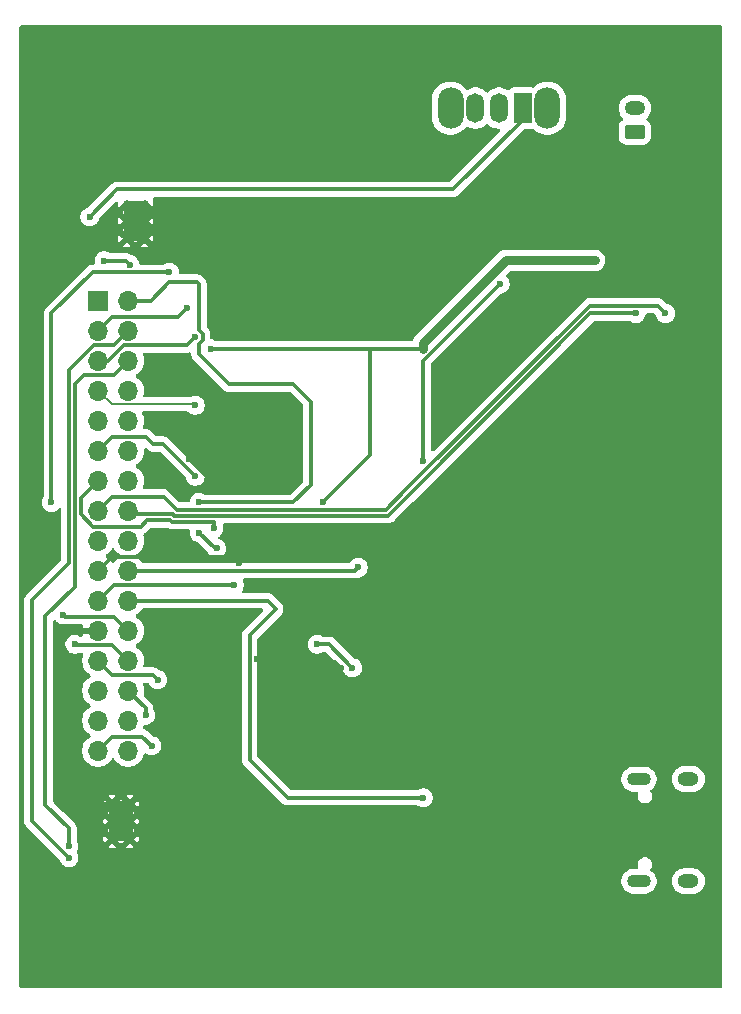
<source format=gbr>
%TF.GenerationSoftware,KiCad,Pcbnew,9.0.0*%
%TF.CreationDate,2025-04-09T21:52:16+02:00*%
%TF.ProjectId,Design-2,44657369-676e-42d3-922e-6b696361645f,v2.0*%
%TF.SameCoordinates,Original*%
%TF.FileFunction,Copper,L2,Bot*%
%TF.FilePolarity,Positive*%
%FSLAX46Y46*%
G04 Gerber Fmt 4.6, Leading zero omitted, Abs format (unit mm)*
G04 Created by KiCad (PCBNEW 9.0.0) date 2025-04-09 21:52:16*
%MOMM*%
%LPD*%
G01*
G04 APERTURE LIST*
G04 Aperture macros list*
%AMRoundRect*
0 Rectangle with rounded corners*
0 $1 Rounding radius*
0 $2 $3 $4 $5 $6 $7 $8 $9 X,Y pos of 4 corners*
0 Add a 4 corners polygon primitive as box body*
4,1,4,$2,$3,$4,$5,$6,$7,$8,$9,$2,$3,0*
0 Add four circle primitives for the rounded corners*
1,1,$1+$1,$2,$3*
1,1,$1+$1,$4,$5*
1,1,$1+$1,$6,$7*
1,1,$1+$1,$8,$9*
0 Add four rect primitives between the rounded corners*
20,1,$1+$1,$2,$3,$4,$5,0*
20,1,$1+$1,$4,$5,$6,$7,0*
20,1,$1+$1,$6,$7,$8,$9,0*
20,1,$1+$1,$8,$9,$2,$3,0*%
G04 Aperture macros list end*
%TA.AperFunction,ComponentPad*%
%ADD10O,1.700000X1.700000*%
%TD*%
%TA.AperFunction,ComponentPad*%
%ADD11R,1.700000X1.700000*%
%TD*%
%TA.AperFunction,ComponentPad*%
%ADD12RoundRect,0.250000X0.625000X-0.350000X0.625000X0.350000X-0.625000X0.350000X-0.625000X-0.350000X0*%
%TD*%
%TA.AperFunction,ComponentPad*%
%ADD13O,1.750000X1.200000*%
%TD*%
%TA.AperFunction,HeatsinkPad*%
%ADD14C,0.500000*%
%TD*%
%TA.AperFunction,HeatsinkPad*%
%ADD15R,2.000000X3.500000*%
%TD*%
%TA.AperFunction,ComponentPad*%
%ADD16O,2.200000X3.500000*%
%TD*%
%TA.AperFunction,ComponentPad*%
%ADD17R,1.500000X2.500000*%
%TD*%
%TA.AperFunction,ComponentPad*%
%ADD18O,1.500000X2.500000*%
%TD*%
%TA.AperFunction,ComponentPad*%
%ADD19O,2.000000X1.100000*%
%TD*%
%TA.AperFunction,ComponentPad*%
%ADD20O,1.800000X1.200000*%
%TD*%
%TA.AperFunction,ViaPad*%
%ADD21C,0.600000*%
%TD*%
%TA.AperFunction,Conductor*%
%ADD22C,0.300000*%
%TD*%
%TA.AperFunction,Conductor*%
%ADD23C,0.200000*%
%TD*%
%TA.AperFunction,Conductor*%
%ADD24C,0.800000*%
%TD*%
G04 APERTURE END LIST*
D10*
%TO.P,J1,32,Pin_32*%
%TO.N,/MOTOR1_A_OUT*%
X211449739Y-113155261D03*
%TO.P,J1,31,Pin_31*%
%TO.N,/MOTOR1_B_OUT *%
X208909739Y-113155261D03*
%TO.P,J1,30,Pin_30*%
%TO.N,/MOTOR1_CTRL2*%
X211449739Y-110615261D03*
%TO.P,J1,29,Pin_29*%
%TO.N,/MOTOR3_B_OUT*%
X208909739Y-110615261D03*
%TO.P,J1,28,Pin_28*%
%TO.N,/MOTOR1_CTRL1*%
X211449739Y-108075261D03*
%TO.P,J1,27,Pin_27*%
%TO.N,/MOTOR3_A_OUT*%
X208909739Y-108075261D03*
%TO.P,J1,26,Pin_26*%
%TO.N,/MOTOR3_CTRL2*%
X211449739Y-105535261D03*
%TO.P,J1,25,Pin_25*%
%TO.N,/CTRL_EXT_LOAD1*%
X208909739Y-105535261D03*
%TO.P,J1,24,Pin_24*%
%TO.N,/MOTOR3_CTRL1*%
X211449739Y-102995261D03*
%TO.P,J1,23,Pin_23*%
%TO.N,GND*%
X208909739Y-102995261D03*
%TO.P,J1,22,Pin_22*%
%TO.N,/High Voltage (9V)*%
X211449739Y-100455261D03*
%TO.P,J1,21,Pin_21*%
%TO.N,/EXT_LOAD1_OUT*%
X208909739Y-100455261D03*
%TO.P,J1,20,Pin_20*%
%TO.N,/5V Out*%
X211449739Y-97915261D03*
%TO.P,J1,19,Pin_19*%
%TO.N,GND*%
X208909739Y-97915261D03*
%TO.P,J1,18,Pin_18*%
%TO.N,/3V3 Out *%
X211449739Y-95375261D03*
%TO.P,J1,17,Pin_17*%
%TO.N,unconnected-(J1-Pin_17-Pad17)*%
X208909739Y-95375261D03*
%TO.P,J1,16,Pin_16*%
%TO.N,/I2C1_SCL*%
X211449739Y-92835261D03*
%TO.P,J1,15,Pin_15*%
%TO.N,/I2C1_SDA *%
X208909739Y-92835261D03*
%TO.P,J1,14,Pin_14*%
%TO.N,/BAT+*%
X211449739Y-90295261D03*
%TO.P,J1,13,Pin_13*%
%TO.N,/FAST_CHARGE_CTRL*%
X208909739Y-90295261D03*
%TO.P,J1,12,Pin_12*%
%TO.N,/USART2_TX *%
X211449739Y-87755261D03*
%TO.P,J1,11,Pin_11*%
%TO.N,/EXT_LOAD2_OUT *%
X208909739Y-87755261D03*
%TO.P,J1,10,Pin_10*%
%TO.N,/MOTOR4_CTRL2*%
X211449739Y-85215261D03*
%TO.P,J1,9,Pin_9*%
%TO.N,/USART2_RX*%
X208909739Y-85215261D03*
%TO.P,J1,8,Pin_8*%
%TO.N,/MOTOR4_CTRL1*%
X211449739Y-82675261D03*
%TO.P,J1,7,Pin_7*%
%TO.N,/CTRL_EXT_LOAD2 *%
X208909739Y-82675261D03*
%TO.P,J1,6,Pin_6*%
%TO.N,/MOTOR2_CTRL2*%
X211449739Y-80135261D03*
%TO.P,J1,5,Pin_5*%
%TO.N,/Motor4_B_OUT*%
X208909739Y-80135261D03*
%TO.P,J1,4,Pin_4*%
%TO.N,/MOTOR2_CTRL1*%
X211449739Y-77595261D03*
%TO.P,J1,3,Pin_3*%
%TO.N,/Motor4_A_OUT *%
X208909739Y-77595261D03*
%TO.P,J1,2,Pin_2*%
%TO.N,/Motor2_A_OUT *%
X211449739Y-75055261D03*
D11*
%TO.P,J1,1,Pin_1*%
%TO.N,/Motor2_B_OUT*%
X208909739Y-75055261D03*
%TD*%
D12*
%TO.P,J5,1,Pin_1*%
%TO.N,/BAT-*%
X254354739Y-60750439D03*
D13*
%TO.P,J5,2,Pin_2*%
%TO.N,/BAT+*%
X254354739Y-58750439D03*
%TD*%
D14*
%TO.P,U5,17,GND*%
%TO.N,GND*%
X211598739Y-120635261D03*
X211598739Y-119135261D03*
X211598739Y-117635261D03*
D15*
X210848739Y-119135261D03*
D14*
X210098739Y-120635261D03*
X210098739Y-119135261D03*
X210098739Y-117635261D03*
%TD*%
D16*
%TO.P,SW1,*%
%TO.N,*%
X246954739Y-58750439D03*
X238754739Y-58750439D03*
D17*
%TO.P,SW1,1,A*%
%TO.N,/BAT+*%
X244854739Y-58750439D03*
D18*
%TO.P,SW1,2,B*%
%TO.N,Net-(Q3-S)*%
X242854739Y-58750439D03*
%TO.P,SW1,3,C*%
%TO.N,Net-(SW1-C)*%
X240854739Y-58750439D03*
%TD*%
D14*
%TO.P,U8,17,GND*%
%TO.N,GND*%
X212848739Y-69785261D03*
X212848739Y-68285261D03*
X212848739Y-66785261D03*
D15*
X212098739Y-68285261D03*
D14*
X211348739Y-69785261D03*
X211348739Y-68285261D03*
X211348739Y-66785261D03*
%TD*%
D19*
%TO.P,USB1,13,SHELL*%
%TO.N,unconnected-(USB1-SHELL-Pad13)_1*%
X254692139Y-124210461D03*
D20*
%TO.N,unconnected-(USB1-SHELL-Pad13)*%
X258892239Y-124210461D03*
D19*
%TO.P,USB1,14,SHELL*%
%TO.N,unconnected-(USB1-SHELL-Pad14)_1*%
X254692139Y-115560461D03*
D20*
%TO.N,unconnected-(USB1-SHELL-Pad14)*%
X258892239Y-115560461D03*
%TD*%
D21*
%TO.N,/3V3 Out *%
X227949739Y-92096261D03*
%TO.N,/Motor2_A_OUT *%
X217449739Y-94687261D03*
X217449739Y-94687261D03*
X217449739Y-94687261D03*
X217449739Y-94687261D03*
%TO.N,GND*%
X248257239Y-85635261D03*
X245449739Y-83135261D03*
X216642239Y-88484261D03*
%TO.N,/CTRL_EXT_LOAD2 *%
X217142239Y-83915261D03*
%TO.N,/EXT_LOAD2_OUT *%
X217142239Y-89915261D03*
%TO.N,/3V3 Out *%
X218449739Y-79135261D03*
%TO.N,/MOTOR3_A_OUT*%
X214949739Y-72635261D03*
X204949739Y-92135261D03*
%TO.N,/CTRL_EXT_LOAD1*%
X213949739Y-107135261D03*
%TO.N,/MOTOR3_CTRL2*%
X206949739Y-104135261D03*
%TO.N,/MOTOR3_CTRL1*%
X205949739Y-101635261D03*
%TO.N,GND*%
X220876141Y-97265261D03*
%TO.N,/EXT_LOAD1_OUT*%
X220449739Y-99135261D03*
%TO.N,/FAST_CHARGE_CTRL*%
X218696837Y-94335261D03*
%TO.N,/MOTOR4_CTRL2*%
X209420869Y-71664131D03*
X211590109Y-71994891D03*
%TO.N,/High Voltage (9V)*%
X236449739Y-117135261D03*
X236449739Y-117135261D03*
X236449739Y-117135261D03*
%TO.N,GND*%
X222399739Y-105352761D03*
X252449739Y-107135261D03*
X250449739Y-107135261D03*
X229449739Y-106135261D03*
X221893489Y-90164011D03*
X205407739Y-115735261D03*
%TO.N,/I2C1_SCL*%
X254449739Y-76135261D03*
%TO.N,/3V3 Out *%
X236449739Y-79135261D03*
X250949739Y-71635261D03*
%TO.N,/I2C1_SDA *%
X256949739Y-76135261D03*
%TO.N,/FAST_CHARGE_CTRL*%
X227449739Y-104135261D03*
X230449739Y-106135261D03*
%TO.N,/5V Out*%
X236449739Y-88635261D03*
X230949739Y-97635261D03*
X242949739Y-73635261D03*
X242949739Y-73635261D03*
%TO.N,/BAT+*%
X208195218Y-67960261D03*
%TO.N,/MOTOR2_CTRL2*%
X206449739Y-121235261D03*
%TO.N,/MOTOR2_CTRL1*%
X206449739Y-122235261D03*
%TO.N,/Motor2_A_OUT *%
X217449739Y-92096261D03*
X218949739Y-96025261D03*
%TO.N,/MOTOR1_CTRL1*%
X212949739Y-110135261D03*
%TO.N,/MOTOR1_B_OUT *%
X213449739Y-112735261D03*
%TO.N,/Motor4_A_OUT *%
X216451739Y-75635261D03*
%TO.N,/Motor4_B_OUT*%
X217101739Y-78135261D03*
%TD*%
D22*
%TO.N,/3V3 Out *%
X231949739Y-79135261D02*
X231949739Y-88096261D01*
X231949739Y-88096261D02*
X227949739Y-92096261D01*
X231949739Y-79135261D02*
X218449739Y-79135261D01*
%TO.N,/FAST_CHARGE_CTRL*%
X213057259Y-93636261D02*
X212507259Y-94186261D01*
X215145696Y-93748262D02*
X215033695Y-93636261D01*
X215560740Y-93748262D02*
X215145696Y-93748262D01*
X215975780Y-93748261D02*
X215560740Y-93748262D01*
X212507259Y-94186261D02*
X212092218Y-94186261D01*
X218696837Y-93748261D02*
X215975780Y-93748261D01*
X218696837Y-94335261D02*
X218696837Y-93748261D01*
X215033695Y-93636261D02*
X213057259Y-93636261D01*
%TO.N,/I2C1_SCL*%
X235117586Y-91596588D02*
X235411066Y-91303108D01*
X233760393Y-92953782D02*
X235117586Y-91596588D01*
X233760393Y-92953781D02*
X233760393Y-92953782D01*
X233514326Y-93199848D02*
X233760393Y-92953781D01*
X233466913Y-93247261D02*
X233514326Y-93199848D01*
X233051873Y-93247261D02*
X233466914Y-93247261D01*
X215353219Y-93247261D02*
X215768259Y-93247261D01*
X235411066Y-91303108D02*
X250578913Y-76135261D01*
X215241218Y-93135261D02*
X215353218Y-93247261D01*
X215768259Y-93247261D02*
X233051873Y-93247261D01*
X250578913Y-76135261D02*
X254449739Y-76135261D01*
X211749739Y-93135261D02*
X215241218Y-93135261D01*
X211449739Y-92835261D02*
X211749739Y-93135261D01*
X215353218Y-93247261D02*
X215353219Y-93247261D01*
X233466914Y-93247261D02*
X233466913Y-93247261D01*
%TO.N,/Motor2_A_OUT *%
X218787739Y-96025261D02*
X217449739Y-94687261D01*
X218949739Y-96025261D02*
X218787739Y-96025261D01*
X214948739Y-73476261D02*
X213369739Y-75055261D01*
X217290739Y-73476261D02*
X214948739Y-73476261D01*
X217449739Y-73635261D02*
X217290739Y-73476261D01*
X217752739Y-77865607D02*
X217449739Y-77562607D01*
X217449739Y-77562607D02*
X217449739Y-73635261D01*
X217449739Y-78707915D02*
X217752739Y-78404915D01*
X217449739Y-79596261D02*
X217449739Y-78707915D01*
X219988739Y-82135261D02*
X217449739Y-79596261D01*
X226949739Y-83635261D02*
X225449739Y-82135261D01*
X226949739Y-90635261D02*
X226949739Y-83635261D01*
X225449739Y-82135261D02*
X219988739Y-82135261D01*
X217752739Y-78404915D02*
X217752739Y-77865607D01*
X225449739Y-92135261D02*
X226949739Y-90635261D01*
X217449739Y-92135261D02*
X225449739Y-92135261D01*
X213369739Y-75055261D02*
X211449739Y-75055261D01*
X217449739Y-92096261D02*
X217449739Y-92135261D01*
%TO.N,GND*%
X247949739Y-85635261D02*
X248257239Y-85635261D01*
X245449739Y-83135261D02*
X247949739Y-85635261D01*
%TO.N,/FAST_CHARGE_CTRL*%
X207452739Y-93138261D02*
X207452739Y-91752261D01*
X208488739Y-94174261D02*
X207452739Y-93138261D01*
X212092218Y-94186261D02*
X212080218Y-94174261D01*
X212080218Y-94174261D02*
X208488739Y-94174261D01*
X207452739Y-91752261D02*
X208909739Y-90295261D01*
%TO.N,/I2C1_SDA *%
X208909739Y-92835261D02*
X210109739Y-91635261D01*
%TO.N,/FAST_CHARGE_CTRL*%
X212092218Y-94186261D02*
X212092219Y-94186261D01*
%TO.N,/MOTOR1_B_OUT *%
X212668739Y-111954261D02*
X213449739Y-112735261D01*
X210110739Y-111954261D02*
X212668739Y-111954261D01*
X208909739Y-113155261D02*
X210110739Y-111954261D01*
%TO.N,/MOTOR2_CTRL2*%
X207748739Y-81336261D02*
X210248739Y-81336261D01*
X210248739Y-81336261D02*
X211449739Y-80135261D01*
X204449739Y-101764435D02*
X206951739Y-99262435D01*
X206449739Y-119735261D02*
X204449739Y-117735261D01*
X206951739Y-99262435D02*
X206951739Y-82133261D01*
X206449739Y-121235261D02*
X206449739Y-119735261D01*
X204449739Y-117735261D02*
X204449739Y-101764435D01*
X206951739Y-82133261D02*
X207748739Y-81336261D01*
%TO.N,/MOTOR2_CTRL1*%
X203298739Y-100433569D02*
X203298739Y-119084261D01*
D23*
%TO.N,/CTRL_EXT_LOAD2 *%
X217053239Y-83826261D02*
X217142239Y-83915261D01*
X210060739Y-83826261D02*
X217053239Y-83826261D01*
D22*
%TO.N,/EXT_LOAD2_OUT *%
X213574489Y-87179011D02*
X212949739Y-86554261D01*
X214405989Y-87179011D02*
X213574489Y-87179011D01*
X214405989Y-87179011D02*
X217142239Y-89915261D01*
X210110739Y-86554261D02*
X212949739Y-86554261D01*
X208909739Y-87755261D02*
X210110739Y-86554261D01*
%TO.N,GND*%
X221893489Y-90164011D02*
X218321989Y-90164011D01*
X218321989Y-90164011D02*
X216642239Y-88484261D01*
%TO.N,/High Voltage (9V)*%
X221748739Y-113934261D02*
X224949739Y-117135261D01*
X223949739Y-101135261D02*
X221748739Y-103336261D01*
X221748739Y-103336261D02*
X221748739Y-113934261D01*
%TO.N,/MOTOR3_A_OUT*%
X214939109Y-72645891D02*
X214949739Y-72635261D01*
X208439109Y-72645891D02*
X214939109Y-72645891D01*
X204949739Y-76135261D02*
X208439109Y-72645891D01*
X204949739Y-92135261D02*
X204949739Y-76135261D01*
%TO.N,/CTRL_EXT_LOAD1*%
X210110739Y-106736261D02*
X208909739Y-105535261D01*
X213550739Y-106736261D02*
X210110739Y-106736261D01*
X213550739Y-106736261D02*
X213949739Y-107135261D01*
%TO.N,/MOTOR3_CTRL2*%
X207010739Y-104196261D02*
X210110739Y-104196261D01*
X206949739Y-104135261D02*
X207010739Y-104196261D01*
X210110739Y-104196261D02*
X211449739Y-105535261D01*
%TO.N,/MOTOR3_CTRL1*%
X206108739Y-101794261D02*
X205949739Y-101635261D01*
X210248739Y-101794261D02*
X206108739Y-101794261D01*
X211449739Y-102995261D02*
X210248739Y-101794261D01*
%TO.N,GND*%
X220325141Y-96714261D02*
X220876141Y-97265261D01*
X210110739Y-96714261D02*
X220325141Y-96714261D01*
X208909739Y-97915261D02*
X210110739Y-96714261D01*
X228949739Y-105635261D02*
X229449739Y-106135261D01*
X222682239Y-105635261D02*
X228949739Y-105635261D01*
X222399739Y-105352761D02*
X222682239Y-105635261D01*
%TO.N,/High Voltage (9V)*%
X223269739Y-100455261D02*
X223949739Y-101135261D01*
X211449739Y-100455261D02*
X223269739Y-100455261D01*
%TO.N,/EXT_LOAD1_OUT*%
X210229739Y-99135261D02*
X220449739Y-99135261D01*
X208909739Y-100455261D02*
X210229739Y-99135261D01*
%TO.N,/5V Out*%
X230669739Y-97915261D02*
X230949739Y-97635261D01*
X211449739Y-97915261D02*
X230669739Y-97915261D01*
%TO.N,/I2C1_SDA *%
X233259393Y-92746261D02*
X234910066Y-91095588D01*
X215560739Y-92746261D02*
X233259393Y-92746261D01*
X214449739Y-91635261D02*
X215560739Y-92746261D01*
X234910066Y-91095588D02*
X250521393Y-75484261D01*
X210109739Y-91635261D02*
X214449739Y-91635261D01*
X256298739Y-75484261D02*
X256949739Y-76135261D01*
X250521393Y-75484261D02*
X256298739Y-75484261D01*
%TO.N,/MOTOR4_CTRL2*%
X211259349Y-71664131D02*
X211590109Y-71994891D01*
X209420869Y-71664131D02*
X211259349Y-71664131D01*
D23*
%TO.N,/CTRL_EXT_LOAD2 *%
X208909739Y-82675261D02*
X210060739Y-83826261D01*
D22*
%TO.N,/High Voltage (9V)*%
X224949739Y-117135261D02*
X236449739Y-117135261D01*
%TO.N,GND*%
X250449739Y-107135261D02*
X252449739Y-107135261D01*
X205849739Y-117635261D02*
X210098739Y-117635261D01*
X205407739Y-117193261D02*
X205849739Y-117635261D01*
X205407739Y-115735261D02*
X205407739Y-117193261D01*
D24*
%TO.N,/3V3 Out *%
X236418702Y-78666298D02*
X236418702Y-79104224D01*
D22*
X236449739Y-79135261D02*
X231949739Y-79135261D01*
D24*
X250949739Y-71635261D02*
X243449739Y-71635261D01*
X243449739Y-71635261D02*
X236418702Y-78666298D01*
D22*
%TO.N,/FAST_CHARGE_CTRL*%
X228449739Y-104135261D02*
X227449739Y-104135261D01*
X230449739Y-106135261D02*
X228449739Y-104135261D01*
%TO.N,/5V Out*%
X236449739Y-88635261D02*
X236449739Y-80135261D01*
X236449739Y-80135261D02*
X242949739Y-73635261D01*
%TO.N,/BAT+*%
X210520218Y-65635261D02*
X238949739Y-65635261D01*
X208195218Y-67960261D02*
X210520218Y-65635261D01*
X244854739Y-59730261D02*
X244854739Y-58750439D01*
X238949739Y-65635261D02*
X244854739Y-59730261D01*
%TO.N,/MOTOR2_CTRL1*%
X206450739Y-97281569D02*
X203298739Y-100433569D01*
X211449739Y-77595261D02*
X210248739Y-78796261D01*
X203298739Y-119084261D02*
X206449739Y-122235261D01*
X208550268Y-78796261D02*
X206450739Y-80895790D01*
X206450739Y-80895790D02*
X206450739Y-97281569D01*
X210248739Y-78796261D02*
X208550268Y-78796261D01*
%TO.N,/MOTOR1_CTRL1*%
X212949739Y-110135261D02*
X212949739Y-109575261D01*
X212949739Y-109575261D02*
X211449739Y-108075261D01*
%TO.N,/Motor4_A_OUT *%
X210110739Y-76394261D02*
X215692739Y-76394261D01*
X215692739Y-76394261D02*
X216451739Y-75635261D01*
X208909739Y-77595261D02*
X210110739Y-76394261D01*
%TO.N,/Motor4_B_OUT*%
X211090268Y-78796261D02*
X216440739Y-78796261D01*
X216440739Y-78796261D02*
X217101739Y-78135261D01*
X209751268Y-80135261D02*
X211090268Y-78796261D01*
X208909739Y-80135261D02*
X209751268Y-80135261D01*
%TD*%
%TA.AperFunction,Conductor*%
%TO.N,GND*%
G36*
X210251183Y-96029260D02*
G01*
X210290225Y-96074317D01*
X210294690Y-96083081D01*
X210419629Y-96255047D01*
X210569952Y-96405370D01*
X210741921Y-96530311D01*
X210750685Y-96534777D01*
X210801481Y-96582752D01*
X210818275Y-96650573D01*
X210795737Y-96716708D01*
X210750685Y-96755745D01*
X210741921Y-96760210D01*
X210569952Y-96885151D01*
X210419629Y-97035474D01*
X210294688Y-97207443D01*
X210289941Y-97216760D01*
X210241966Y-97267554D01*
X210174144Y-97284348D01*
X210108010Y-97261809D01*
X210068973Y-97216756D01*
X210064361Y-97207705D01*
X209939466Y-97035801D01*
X209939462Y-97035796D01*
X209789203Y-96885537D01*
X209789198Y-96885533D01*
X209617294Y-96760638D01*
X209608239Y-96756024D01*
X209557445Y-96708049D01*
X209540651Y-96640227D01*
X209563190Y-96574093D01*
X209608247Y-96535054D01*
X209617555Y-96530312D01*
X209696746Y-96472776D01*
X209789525Y-96405370D01*
X209789527Y-96405367D01*
X209789531Y-96405365D01*
X209939843Y-96255053D01*
X209939845Y-96255049D01*
X209939848Y-96255047D01*
X210064787Y-96083081D01*
X210064786Y-96083081D01*
X210064790Y-96083077D01*
X210069253Y-96074315D01*
X210117227Y-96023520D01*
X210185047Y-96006724D01*
X210251183Y-96029260D01*
G37*
%TD.AperFunction*%
%TA.AperFunction,Conductor*%
G36*
X216759710Y-79446661D02*
G01*
X216795379Y-79506740D01*
X216799239Y-79537439D01*
X216799239Y-79660330D01*
X216819217Y-79760762D01*
X216819320Y-79761282D01*
X216819341Y-79761391D01*
X216824189Y-79785761D01*
X216824238Y-79786005D01*
X216837914Y-79819021D01*
X216866511Y-79888062D01*
X216873274Y-79904388D01*
X216944462Y-80010930D01*
X216944465Y-80010934D01*
X219574066Y-82640535D01*
X219677620Y-82709727D01*
X219677619Y-82709727D01*
X219679876Y-82711234D01*
X219680612Y-82711726D01*
X219798995Y-82760762D01*
X219798999Y-82760762D01*
X219799000Y-82760763D01*
X219924667Y-82785761D01*
X219924670Y-82785761D01*
X225128931Y-82785761D01*
X225195970Y-82805446D01*
X225216612Y-82822080D01*
X226262920Y-83868388D01*
X226296405Y-83929711D01*
X226299239Y-83956069D01*
X226299239Y-90314453D01*
X226279554Y-90381492D01*
X226262920Y-90402134D01*
X225216612Y-91448442D01*
X225155289Y-91481927D01*
X225128931Y-91484761D01*
X218013042Y-91484761D01*
X217946003Y-91465076D01*
X217944151Y-91463863D01*
X217828924Y-91386870D01*
X217828911Y-91386863D01*
X217683240Y-91326525D01*
X217683228Y-91326522D01*
X217528584Y-91295761D01*
X217528581Y-91295761D01*
X217370897Y-91295761D01*
X217370894Y-91295761D01*
X217216249Y-91326522D01*
X217216237Y-91326525D01*
X217070566Y-91386863D01*
X217070553Y-91386870D01*
X216939450Y-91474471D01*
X216939446Y-91474474D01*
X216827952Y-91585968D01*
X216827949Y-91585972D01*
X216740348Y-91717075D01*
X216740341Y-91717088D01*
X216680003Y-91862759D01*
X216680000Y-91862769D01*
X216653508Y-91995953D01*
X216621123Y-92057864D01*
X216560407Y-92092438D01*
X216531891Y-92095761D01*
X215881547Y-92095761D01*
X215814508Y-92076076D01*
X215793866Y-92059442D01*
X214864413Y-91129988D01*
X214864412Y-91129987D01*
X214864408Y-91129984D01*
X214757866Y-91058796D01*
X214736459Y-91049929D01*
X214639483Y-91009760D01*
X214639477Y-91009758D01*
X214513810Y-90984761D01*
X214513808Y-90984761D01*
X212816008Y-90984761D01*
X212748969Y-90965076D01*
X212703214Y-90912272D01*
X212693270Y-90843114D01*
X212700051Y-90818392D01*
X212699790Y-90818307D01*
X212709812Y-90787463D01*
X212766985Y-90611504D01*
X212800239Y-90401548D01*
X212800239Y-90188974D01*
X212766985Y-89979018D01*
X212701296Y-89776849D01*
X212604790Y-89587445D01*
X212604788Y-89587442D01*
X212604787Y-89587440D01*
X212479848Y-89415474D01*
X212329525Y-89265151D01*
X212157559Y-89140212D01*
X212156854Y-89139852D01*
X212148793Y-89135746D01*
X212097998Y-89087773D01*
X212081202Y-89019953D01*
X212103738Y-88953817D01*
X212148793Y-88914776D01*
X212157555Y-88910312D01*
X212214761Y-88868750D01*
X212329525Y-88785370D01*
X212329527Y-88785367D01*
X212329531Y-88785365D01*
X212479843Y-88635053D01*
X212479845Y-88635049D01*
X212479848Y-88635047D01*
X212604787Y-88463081D01*
X212604786Y-88463081D01*
X212604790Y-88463077D01*
X212701296Y-88273673D01*
X212766985Y-88071504D01*
X212800239Y-87861548D01*
X212800239Y-87648974D01*
X212798915Y-87640615D01*
X212807869Y-87571323D01*
X212852865Y-87517871D01*
X212919617Y-87497231D01*
X212986930Y-87515956D01*
X213009065Y-87533533D01*
X213159820Y-87684288D01*
X213266362Y-87755476D01*
X213384745Y-87804512D01*
X213384749Y-87804512D01*
X213384750Y-87804513D01*
X213510417Y-87829511D01*
X213510420Y-87829511D01*
X214085181Y-87829511D01*
X214152220Y-87849196D01*
X214172862Y-87865830D01*
X216325223Y-90018191D01*
X216358708Y-90079514D01*
X216359159Y-90081681D01*
X216372500Y-90148750D01*
X216372503Y-90148762D01*
X216432841Y-90294433D01*
X216432848Y-90294446D01*
X216520449Y-90425549D01*
X216520452Y-90425553D01*
X216631946Y-90537047D01*
X216631950Y-90537050D01*
X216763053Y-90624651D01*
X216763066Y-90624658D01*
X216898894Y-90680919D01*
X216908742Y-90684998D01*
X217063392Y-90715760D01*
X217063395Y-90715761D01*
X217063397Y-90715761D01*
X217221083Y-90715761D01*
X217221084Y-90715760D01*
X217375736Y-90684998D01*
X217521418Y-90624655D01*
X217652528Y-90537050D01*
X217764028Y-90425550D01*
X217851633Y-90294440D01*
X217911976Y-90148758D01*
X217942739Y-89994103D01*
X217942739Y-89836419D01*
X217942739Y-89836416D01*
X217942738Y-89836414D01*
X217911977Y-89681771D01*
X217911976Y-89681764D01*
X217897578Y-89647003D01*
X217851636Y-89536088D01*
X217851629Y-89536075D01*
X217764028Y-89404972D01*
X217764025Y-89404968D01*
X217652531Y-89293474D01*
X217652527Y-89293471D01*
X217521424Y-89205870D01*
X217521411Y-89205863D01*
X217375740Y-89145525D01*
X217375728Y-89145522D01*
X217308659Y-89132181D01*
X217246748Y-89099796D01*
X217245169Y-89098245D01*
X214820663Y-86673738D01*
X214820662Y-86673737D01*
X214820658Y-86673734D01*
X214714116Y-86602546D01*
X214708476Y-86600210D01*
X214595733Y-86553510D01*
X214595727Y-86553508D01*
X214470060Y-86528511D01*
X214470058Y-86528511D01*
X213895297Y-86528511D01*
X213828258Y-86508826D01*
X213807616Y-86492192D01*
X213364413Y-86048988D01*
X213364412Y-86048987D01*
X213364408Y-86048984D01*
X213257866Y-85977796D01*
X213257395Y-85977601D01*
X213139483Y-85928760D01*
X213139477Y-85928758D01*
X213013810Y-85903761D01*
X213013808Y-85903761D01*
X212816422Y-85903761D01*
X212749383Y-85884076D01*
X212703628Y-85831272D01*
X212693684Y-85762114D01*
X212700180Y-85738433D01*
X212699790Y-85738307D01*
X212719739Y-85676911D01*
X212766985Y-85531504D01*
X212800239Y-85321548D01*
X212800239Y-85108974D01*
X212766985Y-84899018D01*
X212701296Y-84696849D01*
X212655543Y-84607055D01*
X212642648Y-84538387D01*
X212668924Y-84473646D01*
X212726030Y-84433389D01*
X212766029Y-84426761D01*
X216470299Y-84426761D01*
X216537338Y-84446446D01*
X216557975Y-84463075D01*
X216602345Y-84507445D01*
X216631951Y-84537051D01*
X216763053Y-84624651D01*
X216763066Y-84624658D01*
X216908737Y-84684996D01*
X216908742Y-84684998D01*
X217063392Y-84715760D01*
X217063395Y-84715761D01*
X217063397Y-84715761D01*
X217221083Y-84715761D01*
X217221084Y-84715760D01*
X217375736Y-84684998D01*
X217521418Y-84624655D01*
X217652528Y-84537050D01*
X217764028Y-84425550D01*
X217851633Y-84294440D01*
X217911976Y-84148758D01*
X217942739Y-83994103D01*
X217942739Y-83836419D01*
X217942739Y-83836416D01*
X217942738Y-83836414D01*
X217941524Y-83830311D01*
X217911976Y-83681764D01*
X217859421Y-83554883D01*
X217851636Y-83536088D01*
X217851629Y-83536075D01*
X217764028Y-83404972D01*
X217764025Y-83404968D01*
X217652531Y-83293474D01*
X217652527Y-83293471D01*
X217521424Y-83205870D01*
X217521411Y-83205863D01*
X217375740Y-83145525D01*
X217375728Y-83145522D01*
X217221084Y-83114761D01*
X217221081Y-83114761D01*
X217063397Y-83114761D01*
X217063394Y-83114761D01*
X216908749Y-83145522D01*
X216908737Y-83145525D01*
X216763064Y-83205864D01*
X216757693Y-83208736D01*
X216756904Y-83207261D01*
X216697884Y-83225741D01*
X216695672Y-83225761D01*
X212861541Y-83225761D01*
X212794502Y-83206076D01*
X212748747Y-83153272D01*
X212738803Y-83084114D01*
X212743610Y-83063443D01*
X212766985Y-82991504D01*
X212800239Y-82781548D01*
X212800239Y-82568974D01*
X212766985Y-82359018D01*
X212701296Y-82156849D01*
X212604790Y-81967445D01*
X212604788Y-81967442D01*
X212604787Y-81967440D01*
X212479848Y-81795474D01*
X212329525Y-81645151D01*
X212157559Y-81520212D01*
X212156854Y-81519852D01*
X212148793Y-81515746D01*
X212097998Y-81467773D01*
X212081202Y-81399953D01*
X212103738Y-81333817D01*
X212148793Y-81294776D01*
X212157555Y-81290312D01*
X212179528Y-81274347D01*
X212329525Y-81165370D01*
X212329527Y-81165367D01*
X212329531Y-81165365D01*
X212479843Y-81015053D01*
X212479845Y-81015049D01*
X212479848Y-81015047D01*
X212604787Y-80843081D01*
X212604786Y-80843081D01*
X212604790Y-80843077D01*
X212701296Y-80653673D01*
X212766985Y-80451504D01*
X212800239Y-80241548D01*
X212800239Y-80028974D01*
X212766985Y-79819018D01*
X212701296Y-79616849D01*
X212701295Y-79616847D01*
X212699790Y-79612215D01*
X212701167Y-79611767D01*
X212694392Y-79548745D01*
X212725666Y-79486266D01*
X212785755Y-79450613D01*
X212816422Y-79446761D01*
X216504810Y-79446761D01*
X216589354Y-79429943D01*
X216630483Y-79421762D01*
X216630490Y-79421758D01*
X216636310Y-79419994D01*
X216636890Y-79421906D01*
X216697222Y-79415403D01*
X216759710Y-79446661D01*
G37*
%TD.AperFunction*%
%TA.AperFunction,Conductor*%
G36*
X261692539Y-51770185D02*
G01*
X261738294Y-51822989D01*
X261749500Y-51874500D01*
X261749500Y-133125500D01*
X261729815Y-133192539D01*
X261677011Y-133238294D01*
X261625500Y-133249500D01*
X202374500Y-133249500D01*
X202307461Y-133229815D01*
X202261706Y-133177011D01*
X202250500Y-133125500D01*
X202250500Y-124106991D01*
X253191639Y-124106991D01*
X253191639Y-124313930D01*
X253232007Y-124516873D01*
X253232009Y-124516881D01*
X253311197Y-124708057D01*
X253426163Y-124880118D01*
X253572481Y-125026436D01*
X253572484Y-125026438D01*
X253744541Y-125141402D01*
X253935719Y-125220591D01*
X254138669Y-125260960D01*
X254138673Y-125260961D01*
X254138674Y-125260961D01*
X255245605Y-125260961D01*
X255245606Y-125260960D01*
X255448559Y-125220591D01*
X255639737Y-125141402D01*
X255811794Y-125026438D01*
X255958116Y-124880116D01*
X256073080Y-124708059D01*
X256152269Y-124516881D01*
X256192639Y-124313926D01*
X256192639Y-124123850D01*
X257491739Y-124123850D01*
X257491739Y-124297072D01*
X257518837Y-124468162D01*
X257572366Y-124632906D01*
X257651007Y-124787249D01*
X257752825Y-124927389D01*
X257875311Y-125049875D01*
X258015451Y-125151693D01*
X258169794Y-125230334D01*
X258334538Y-125283863D01*
X258505628Y-125310961D01*
X258505629Y-125310961D01*
X259278849Y-125310961D01*
X259278850Y-125310961D01*
X259449940Y-125283863D01*
X259614684Y-125230334D01*
X259769027Y-125151693D01*
X259909167Y-125049875D01*
X260031653Y-124927389D01*
X260133471Y-124787249D01*
X260212112Y-124632906D01*
X260265641Y-124468162D01*
X260292739Y-124297072D01*
X260292739Y-124123850D01*
X260265641Y-123952760D01*
X260212112Y-123788016D01*
X260133471Y-123633673D01*
X260031653Y-123493533D01*
X259909167Y-123371047D01*
X259769027Y-123269229D01*
X259614684Y-123190588D01*
X259449940Y-123137059D01*
X259449938Y-123137058D01*
X259449937Y-123137058D01*
X259318510Y-123116242D01*
X259278850Y-123109961D01*
X258505628Y-123109961D01*
X258465967Y-123116242D01*
X258334541Y-123137058D01*
X258169791Y-123190589D01*
X258015450Y-123269229D01*
X257935495Y-123327320D01*
X257875311Y-123371047D01*
X257875309Y-123371049D01*
X257875308Y-123371049D01*
X257752827Y-123493530D01*
X257752827Y-123493531D01*
X257752825Y-123493533D01*
X257718481Y-123540803D01*
X257651007Y-123633672D01*
X257572367Y-123788013D01*
X257518836Y-123952763D01*
X257494409Y-124106991D01*
X257491739Y-124123850D01*
X256192639Y-124123850D01*
X256192639Y-124106996D01*
X256152269Y-123904041D01*
X256073080Y-123712863D01*
X255958116Y-123540806D01*
X255958114Y-123540803D01*
X255811797Y-123394486D01*
X255811793Y-123394483D01*
X255716020Y-123330489D01*
X255671215Y-123276877D01*
X255662508Y-123207552D01*
X255689285Y-123151582D01*
X255687910Y-123150527D01*
X255692855Y-123144080D01*
X255692859Y-123144077D01*
X255771916Y-123007145D01*
X255812839Y-122854418D01*
X255812839Y-122696304D01*
X255771916Y-122543577D01*
X255728715Y-122468750D01*
X255692863Y-122406651D01*
X255692857Y-122406643D01*
X255581056Y-122294842D01*
X255581048Y-122294836D01*
X255444129Y-122215787D01*
X255444125Y-122215785D01*
X255444123Y-122215784D01*
X255291396Y-122174861D01*
X255133282Y-122174861D01*
X254980555Y-122215784D01*
X254980548Y-122215787D01*
X254843629Y-122294836D01*
X254843621Y-122294842D01*
X254731820Y-122406643D01*
X254731814Y-122406651D01*
X254652765Y-122543570D01*
X254652762Y-122543577D01*
X254611839Y-122696304D01*
X254611839Y-122854418D01*
X254636017Y-122944651D01*
X254651884Y-123003868D01*
X254650221Y-123073718D01*
X254611058Y-123131580D01*
X254546830Y-123159084D01*
X254532109Y-123159961D01*
X254138669Y-123159961D01*
X253935726Y-123200329D01*
X253935718Y-123200331D01*
X253744542Y-123279519D01*
X253572481Y-123394485D01*
X253426163Y-123540803D01*
X253311197Y-123712864D01*
X253232009Y-123904040D01*
X253232007Y-123904048D01*
X253191639Y-124106991D01*
X202250500Y-124106991D01*
X202250500Y-100369497D01*
X202648239Y-100369497D01*
X202648239Y-100369500D01*
X202648239Y-119148330D01*
X202664482Y-119229985D01*
X202673238Y-119274005D01*
X202722274Y-119392388D01*
X202793462Y-119498930D01*
X202793465Y-119498934D01*
X202793466Y-119498935D01*
X205632723Y-122338191D01*
X205666208Y-122399514D01*
X205666659Y-122401681D01*
X205680000Y-122468750D01*
X205680003Y-122468762D01*
X205740341Y-122614433D01*
X205740348Y-122614446D01*
X205827949Y-122745549D01*
X205827952Y-122745553D01*
X205939446Y-122857047D01*
X205939450Y-122857050D01*
X206070553Y-122944651D01*
X206070566Y-122944658D01*
X206213514Y-123003868D01*
X206216242Y-123004998D01*
X206370892Y-123035760D01*
X206370895Y-123035761D01*
X206370897Y-123035761D01*
X206528583Y-123035761D01*
X206528584Y-123035760D01*
X206683236Y-123004998D01*
X206828918Y-122944655D01*
X206960028Y-122857050D01*
X207071528Y-122745550D01*
X207159133Y-122614440D01*
X207219476Y-122468758D01*
X207250239Y-122314103D01*
X207250239Y-122156419D01*
X207250239Y-122156416D01*
X207250238Y-122156414D01*
X207219477Y-122001771D01*
X207219476Y-122001764D01*
X207159133Y-121856082D01*
X207124433Y-121804150D01*
X207103555Y-121737476D01*
X207122039Y-121670096D01*
X207124415Y-121666397D01*
X207159133Y-121614440D01*
X207219476Y-121468758D01*
X207250239Y-121314103D01*
X207250239Y-121312838D01*
X209774714Y-121312838D01*
X209879975Y-121356439D01*
X209879979Y-121356440D01*
X210024865Y-121385260D01*
X210024868Y-121385261D01*
X210172610Y-121385261D01*
X210172612Y-121385260D01*
X210317499Y-121356440D01*
X210317514Y-121356436D01*
X210422763Y-121312839D01*
X210422763Y-121312838D01*
X211274714Y-121312838D01*
X211379975Y-121356439D01*
X211379979Y-121356440D01*
X211524865Y-121385260D01*
X211524868Y-121385261D01*
X211672610Y-121385261D01*
X211672612Y-121385260D01*
X211817499Y-121356440D01*
X211817514Y-121356436D01*
X211922763Y-121312839D01*
X211922763Y-121312838D01*
X211598740Y-120988815D01*
X211598739Y-120988815D01*
X211274714Y-121312838D01*
X210422763Y-121312838D01*
X210098740Y-120988815D01*
X210098739Y-120988815D01*
X209774714Y-121312838D01*
X207250239Y-121312838D01*
X207250239Y-121156419D01*
X207250239Y-121156416D01*
X207250238Y-121156414D01*
X207219477Y-121001771D01*
X207219476Y-121001764D01*
X207159133Y-120856082D01*
X207121135Y-120799214D01*
X207115485Y-120781168D01*
X207105262Y-120765260D01*
X207100810Y-120734297D01*
X207100259Y-120732537D01*
X207100239Y-120730325D01*
X207100239Y-120561387D01*
X209348739Y-120561387D01*
X209348739Y-120709134D01*
X209377559Y-120854020D01*
X209377561Y-120854028D01*
X209421160Y-120959285D01*
X209745185Y-120635261D01*
X209745185Y-120635260D01*
X209725295Y-120615370D01*
X209998739Y-120615370D01*
X209998739Y-120655152D01*
X210013963Y-120691906D01*
X210042094Y-120720037D01*
X210078848Y-120735261D01*
X210118630Y-120735261D01*
X210155384Y-120720037D01*
X210183515Y-120691906D01*
X210198739Y-120655152D01*
X210198739Y-120635260D01*
X210452293Y-120635260D01*
X210452293Y-120635262D01*
X210776315Y-120959284D01*
X210824546Y-120949691D01*
X210872930Y-120949691D01*
X210921161Y-120959285D01*
X211245185Y-120635261D01*
X211245185Y-120635260D01*
X211225295Y-120615370D01*
X211498739Y-120615370D01*
X211498739Y-120655152D01*
X211513963Y-120691906D01*
X211542094Y-120720037D01*
X211578848Y-120735261D01*
X211618630Y-120735261D01*
X211655384Y-120720037D01*
X211683515Y-120691906D01*
X211698739Y-120655152D01*
X211698739Y-120635260D01*
X211952293Y-120635260D01*
X211952293Y-120635262D01*
X212276316Y-120959285D01*
X212276317Y-120959285D01*
X212319914Y-120854036D01*
X212319918Y-120854021D01*
X212348738Y-120709134D01*
X212348739Y-120709132D01*
X212348739Y-120561389D01*
X212348738Y-120561387D01*
X212319918Y-120416501D01*
X212319917Y-120416497D01*
X212276316Y-120311236D01*
X211952293Y-120635260D01*
X211698739Y-120635260D01*
X211698739Y-120615370D01*
X211683515Y-120578616D01*
X211655384Y-120550485D01*
X211618630Y-120535261D01*
X211578848Y-120535261D01*
X211542094Y-120550485D01*
X211513963Y-120578616D01*
X211498739Y-120615370D01*
X211225295Y-120615370D01*
X210921160Y-120311235D01*
X210872929Y-120320829D01*
X210824547Y-120320829D01*
X210776316Y-120311235D01*
X210452293Y-120635260D01*
X210198739Y-120635260D01*
X210198739Y-120615370D01*
X210183515Y-120578616D01*
X210155384Y-120550485D01*
X210118630Y-120535261D01*
X210078848Y-120535261D01*
X210042094Y-120550485D01*
X210013963Y-120578616D01*
X209998739Y-120615370D01*
X209725295Y-120615370D01*
X209421160Y-120311235D01*
X209421159Y-120311235D01*
X209377562Y-120416489D01*
X209377559Y-120416501D01*
X209348739Y-120561387D01*
X207100239Y-120561387D01*
X207100239Y-119812838D01*
X209774713Y-119812838D01*
X209784307Y-119861069D01*
X209784307Y-119909451D01*
X209774713Y-119957682D01*
X210098739Y-120281707D01*
X210098740Y-120281707D01*
X210422763Y-119957683D01*
X210413169Y-119909452D01*
X210413169Y-119901114D01*
X210411279Y-119896311D01*
X210413169Y-119861068D01*
X210422762Y-119812838D01*
X211274713Y-119812838D01*
X211284307Y-119861069D01*
X211284307Y-119909451D01*
X211274713Y-119957682D01*
X211598739Y-120281707D01*
X211598740Y-120281707D01*
X211922763Y-119957683D01*
X211913169Y-119909452D01*
X211913169Y-119861068D01*
X211922762Y-119812837D01*
X211598740Y-119488815D01*
X211598739Y-119488815D01*
X211274713Y-119812838D01*
X210422762Y-119812838D01*
X210422762Y-119812837D01*
X210098740Y-119488815D01*
X210098739Y-119488815D01*
X209774713Y-119812838D01*
X207100239Y-119812838D01*
X207100239Y-119671189D01*
X207075241Y-119545522D01*
X207075240Y-119545521D01*
X207075240Y-119545517D01*
X207026204Y-119427134D01*
X207026203Y-119427133D01*
X207026200Y-119427127D01*
X206955016Y-119320593D01*
X206955015Y-119320592D01*
X206864408Y-119229985D01*
X206695810Y-119061387D01*
X209348739Y-119061387D01*
X209348739Y-119209134D01*
X209377559Y-119354020D01*
X209377561Y-119354028D01*
X209421160Y-119459285D01*
X209745185Y-119135261D01*
X209745185Y-119135260D01*
X209725295Y-119115370D01*
X209998739Y-119115370D01*
X209998739Y-119155152D01*
X210013963Y-119191906D01*
X210042094Y-119220037D01*
X210078848Y-119235261D01*
X210118630Y-119235261D01*
X210155384Y-119220037D01*
X210183515Y-119191906D01*
X210198739Y-119155152D01*
X210198739Y-119135260D01*
X210452293Y-119135260D01*
X210452293Y-119135262D01*
X210776315Y-119459284D01*
X210824546Y-119449691D01*
X210872930Y-119449691D01*
X210921161Y-119459285D01*
X211245185Y-119135261D01*
X211245185Y-119135260D01*
X211225295Y-119115370D01*
X211498739Y-119115370D01*
X211498739Y-119155152D01*
X211513963Y-119191906D01*
X211542094Y-119220037D01*
X211578848Y-119235261D01*
X211618630Y-119235261D01*
X211655384Y-119220037D01*
X211683515Y-119191906D01*
X211698739Y-119155152D01*
X211698739Y-119135260D01*
X211952293Y-119135260D01*
X211952293Y-119135262D01*
X212276316Y-119459285D01*
X212276317Y-119459285D01*
X212319914Y-119354036D01*
X212319918Y-119354021D01*
X212348738Y-119209134D01*
X212348739Y-119209132D01*
X212348739Y-119061389D01*
X212348738Y-119061387D01*
X212319918Y-118916501D01*
X212319917Y-118916497D01*
X212276316Y-118811236D01*
X211952293Y-119135260D01*
X211698739Y-119135260D01*
X211698739Y-119115370D01*
X211683515Y-119078616D01*
X211655384Y-119050485D01*
X211618630Y-119035261D01*
X211578848Y-119035261D01*
X211542094Y-119050485D01*
X211513963Y-119078616D01*
X211498739Y-119115370D01*
X211225295Y-119115370D01*
X210921160Y-118811235D01*
X210872929Y-118820829D01*
X210824547Y-118820829D01*
X210776316Y-118811235D01*
X210452293Y-119135260D01*
X210198739Y-119135260D01*
X210198739Y-119115370D01*
X210183515Y-119078616D01*
X210155384Y-119050485D01*
X210118630Y-119035261D01*
X210078848Y-119035261D01*
X210042094Y-119050485D01*
X210013963Y-119078616D01*
X209998739Y-119115370D01*
X209725295Y-119115370D01*
X209421160Y-118811235D01*
X209421159Y-118811235D01*
X209377562Y-118916489D01*
X209377559Y-118916501D01*
X209348739Y-119061387D01*
X206695810Y-119061387D01*
X206397876Y-118763453D01*
X205994129Y-118359705D01*
X205947262Y-118312838D01*
X209774713Y-118312838D01*
X209784307Y-118361069D01*
X209784307Y-118409451D01*
X209774713Y-118457682D01*
X210098739Y-118781707D01*
X210098740Y-118781707D01*
X210422763Y-118457683D01*
X210413169Y-118409452D01*
X210413169Y-118401114D01*
X210411279Y-118396311D01*
X210413169Y-118361068D01*
X210422762Y-118312838D01*
X211274713Y-118312838D01*
X211284307Y-118361069D01*
X211284307Y-118409451D01*
X211274713Y-118457682D01*
X211598739Y-118781707D01*
X211598740Y-118781707D01*
X211922763Y-118457683D01*
X211913169Y-118409452D01*
X211913169Y-118361068D01*
X211922762Y-118312837D01*
X211598740Y-117988815D01*
X211598739Y-117988815D01*
X211274713Y-118312838D01*
X210422762Y-118312838D01*
X210422762Y-118312837D01*
X210098740Y-117988815D01*
X210098739Y-117988815D01*
X209774713Y-118312838D01*
X205947262Y-118312838D01*
X205195811Y-117561387D01*
X209348739Y-117561387D01*
X209348739Y-117709134D01*
X209377559Y-117854020D01*
X209377561Y-117854028D01*
X209421160Y-117959285D01*
X209745185Y-117635261D01*
X209745185Y-117635260D01*
X209725295Y-117615370D01*
X209998739Y-117615370D01*
X209998739Y-117655152D01*
X210013963Y-117691906D01*
X210042094Y-117720037D01*
X210078848Y-117735261D01*
X210118630Y-117735261D01*
X210155384Y-117720037D01*
X210183515Y-117691906D01*
X210198739Y-117655152D01*
X210198739Y-117635260D01*
X210452293Y-117635260D01*
X210452293Y-117635262D01*
X210776315Y-117959284D01*
X210824546Y-117949691D01*
X210872930Y-117949691D01*
X210921161Y-117959285D01*
X211245185Y-117635261D01*
X211245185Y-117635260D01*
X211225295Y-117615370D01*
X211498739Y-117615370D01*
X211498739Y-117655152D01*
X211513963Y-117691906D01*
X211542094Y-117720037D01*
X211578848Y-117735261D01*
X211618630Y-117735261D01*
X211655384Y-117720037D01*
X211683515Y-117691906D01*
X211698739Y-117655152D01*
X211698739Y-117635260D01*
X211952293Y-117635260D01*
X211952293Y-117635262D01*
X212276316Y-117959285D01*
X212276317Y-117959285D01*
X212319914Y-117854036D01*
X212319918Y-117854021D01*
X212348738Y-117709134D01*
X212348739Y-117709132D01*
X212348739Y-117561389D01*
X212348738Y-117561387D01*
X212319918Y-117416501D01*
X212319917Y-117416497D01*
X212276316Y-117311236D01*
X211952293Y-117635260D01*
X211698739Y-117635260D01*
X211698739Y-117615370D01*
X211683515Y-117578616D01*
X211655384Y-117550485D01*
X211618630Y-117535261D01*
X211578848Y-117535261D01*
X211542094Y-117550485D01*
X211513963Y-117578616D01*
X211498739Y-117615370D01*
X211225295Y-117615370D01*
X210921160Y-117311235D01*
X210872929Y-117320829D01*
X210824547Y-117320829D01*
X210776316Y-117311235D01*
X210452293Y-117635260D01*
X210198739Y-117635260D01*
X210198739Y-117615370D01*
X210183515Y-117578616D01*
X210155384Y-117550485D01*
X210118630Y-117535261D01*
X210078848Y-117535261D01*
X210042094Y-117550485D01*
X210013963Y-117578616D01*
X209998739Y-117615370D01*
X209725295Y-117615370D01*
X209421160Y-117311235D01*
X209421159Y-117311235D01*
X209377562Y-117416489D01*
X209377559Y-117416501D01*
X209348739Y-117561387D01*
X205195811Y-117561387D01*
X205136558Y-117502134D01*
X205103073Y-117440811D01*
X205100239Y-117414453D01*
X205100239Y-116957681D01*
X209774713Y-116957681D01*
X209774713Y-116957682D01*
X210098739Y-117281707D01*
X210098740Y-117281707D01*
X210422763Y-116957682D01*
X210422761Y-116957681D01*
X211274713Y-116957681D01*
X211274713Y-116957682D01*
X211598739Y-117281707D01*
X211598740Y-117281707D01*
X211922763Y-116957682D01*
X211817506Y-116914083D01*
X211817498Y-116914081D01*
X211672611Y-116885261D01*
X211524867Y-116885261D01*
X211379979Y-116914081D01*
X211379967Y-116914084D01*
X211274713Y-116957681D01*
X210422761Y-116957681D01*
X210317506Y-116914083D01*
X210317498Y-116914081D01*
X210172611Y-116885261D01*
X210024867Y-116885261D01*
X209879979Y-116914081D01*
X209879967Y-116914084D01*
X209774713Y-116957681D01*
X205100239Y-116957681D01*
X205100239Y-102213530D01*
X205119924Y-102146491D01*
X205172728Y-102100736D01*
X205241886Y-102090792D01*
X205305442Y-102119817D01*
X205324031Y-102140887D01*
X205324086Y-102140842D01*
X205325348Y-102142380D01*
X205327342Y-102144640D01*
X205327951Y-102145552D01*
X205439446Y-102257047D01*
X205439450Y-102257050D01*
X205570553Y-102344651D01*
X205570566Y-102344658D01*
X205716237Y-102404996D01*
X205716242Y-102404998D01*
X205870892Y-102435760D01*
X205870895Y-102435761D01*
X205870897Y-102435761D01*
X205987212Y-102435761D01*
X206011405Y-102438144D01*
X206044669Y-102444761D01*
X206044670Y-102444761D01*
X207498462Y-102444761D01*
X207565501Y-102464446D01*
X207611256Y-102517250D01*
X207621200Y-102586408D01*
X207616393Y-102607079D01*
X207592981Y-102679131D01*
X207592981Y-102679134D01*
X207582508Y-102745261D01*
X208476727Y-102745261D01*
X208443814Y-102802268D01*
X208409739Y-102929435D01*
X208409739Y-103061087D01*
X208443814Y-103188254D01*
X208476727Y-103245261D01*
X207582508Y-103245261D01*
X207592981Y-103311387D01*
X207592982Y-103311394D01*
X207603219Y-103342899D01*
X207605214Y-103412740D01*
X207569133Y-103472572D01*
X207506432Y-103503400D01*
X207437018Y-103495435D01*
X207416397Y-103484318D01*
X207328924Y-103425870D01*
X207328911Y-103425863D01*
X207183240Y-103365525D01*
X207183228Y-103365522D01*
X207028584Y-103334761D01*
X207028581Y-103334761D01*
X206870897Y-103334761D01*
X206870894Y-103334761D01*
X206716249Y-103365522D01*
X206716237Y-103365525D01*
X206570566Y-103425863D01*
X206570553Y-103425870D01*
X206439450Y-103513471D01*
X206439446Y-103513474D01*
X206327952Y-103624968D01*
X206327949Y-103624972D01*
X206240348Y-103756075D01*
X206240341Y-103756088D01*
X206180003Y-103901759D01*
X206180000Y-103901771D01*
X206149239Y-104056414D01*
X206149239Y-104214107D01*
X206180000Y-104368750D01*
X206180003Y-104368762D01*
X206240341Y-104514433D01*
X206240348Y-104514446D01*
X206327949Y-104645549D01*
X206327952Y-104645553D01*
X206439446Y-104757047D01*
X206439450Y-104757050D01*
X206570553Y-104844651D01*
X206570566Y-104844658D01*
X206716237Y-104904996D01*
X206716242Y-104904998D01*
X206870892Y-104935760D01*
X206870895Y-104935761D01*
X206870897Y-104935761D01*
X207028583Y-104935761D01*
X207028584Y-104935760D01*
X207111587Y-104919250D01*
X207183227Y-104905000D01*
X207183229Y-104904999D01*
X207183236Y-104904998D01*
X207301046Y-104856199D01*
X207309222Y-104854573D01*
X207313563Y-104851784D01*
X207348498Y-104846761D01*
X207543056Y-104846761D01*
X207610095Y-104866446D01*
X207655850Y-104919250D01*
X207665794Y-104988408D01*
X207659297Y-105012088D01*
X207659688Y-105012215D01*
X207592492Y-105219021D01*
X207559239Y-105428974D01*
X207559239Y-105641547D01*
X207592492Y-105851500D01*
X207658183Y-106053675D01*
X207754690Y-106243081D01*
X207879629Y-106415047D01*
X208029952Y-106565370D01*
X208201921Y-106690311D01*
X208210685Y-106694777D01*
X208261481Y-106742752D01*
X208278275Y-106810573D01*
X208255737Y-106876708D01*
X208210685Y-106915745D01*
X208201921Y-106920210D01*
X208029952Y-107045151D01*
X207879629Y-107195474D01*
X207754690Y-107367440D01*
X207658183Y-107556846D01*
X207592492Y-107759021D01*
X207578930Y-107844651D01*
X207559239Y-107968974D01*
X207559239Y-108181548D01*
X207592493Y-108391504D01*
X207594118Y-108396506D01*
X207658183Y-108593675D01*
X207754690Y-108783081D01*
X207879629Y-108955047D01*
X208029952Y-109105370D01*
X208201921Y-109230311D01*
X208210685Y-109234777D01*
X208261481Y-109282752D01*
X208278275Y-109350573D01*
X208255737Y-109416708D01*
X208210685Y-109455745D01*
X208201921Y-109460210D01*
X208029952Y-109585151D01*
X207879629Y-109735474D01*
X207754690Y-109907440D01*
X207658183Y-110096846D01*
X207592492Y-110299021D01*
X207559239Y-110508974D01*
X207559239Y-110721547D01*
X207589972Y-110915592D01*
X207592493Y-110931504D01*
X207620888Y-111018895D01*
X207658183Y-111133675D01*
X207754690Y-111323081D01*
X207879629Y-111495047D01*
X208029952Y-111645370D01*
X208201921Y-111770311D01*
X208210685Y-111774777D01*
X208261481Y-111822752D01*
X208278275Y-111890573D01*
X208255737Y-111956708D01*
X208210685Y-111995745D01*
X208201921Y-112000210D01*
X208029952Y-112125151D01*
X207879629Y-112275474D01*
X207754690Y-112447440D01*
X207658183Y-112636846D01*
X207592492Y-112839021D01*
X207559239Y-113048974D01*
X207559239Y-113261547D01*
X207588240Y-113444655D01*
X207592493Y-113471504D01*
X207638615Y-113613453D01*
X207658183Y-113673675D01*
X207754690Y-113863081D01*
X207879629Y-114035047D01*
X208029952Y-114185370D01*
X208201918Y-114310309D01*
X208201920Y-114310310D01*
X208201923Y-114310312D01*
X208391327Y-114406818D01*
X208593496Y-114472507D01*
X208803452Y-114505761D01*
X208803453Y-114505761D01*
X209016025Y-114505761D01*
X209016026Y-114505761D01*
X209225982Y-114472507D01*
X209428151Y-114406818D01*
X209617555Y-114310312D01*
X209711048Y-114242386D01*
X209789525Y-114185370D01*
X209789527Y-114185367D01*
X209789531Y-114185365D01*
X209939843Y-114035053D01*
X209939845Y-114035049D01*
X209939848Y-114035047D01*
X210064787Y-113863081D01*
X210064786Y-113863081D01*
X210064790Y-113863077D01*
X210069253Y-113854315D01*
X210117227Y-113803520D01*
X210185047Y-113786724D01*
X210251183Y-113809260D01*
X210290225Y-113854317D01*
X210294690Y-113863081D01*
X210419629Y-114035047D01*
X210569952Y-114185370D01*
X210741918Y-114310309D01*
X210741920Y-114310310D01*
X210741923Y-114310312D01*
X210931327Y-114406818D01*
X211133496Y-114472507D01*
X211343452Y-114505761D01*
X211343453Y-114505761D01*
X211556025Y-114505761D01*
X211556026Y-114505761D01*
X211765982Y-114472507D01*
X211968151Y-114406818D01*
X212157555Y-114310312D01*
X212251048Y-114242386D01*
X212329525Y-114185370D01*
X212329527Y-114185367D01*
X212329531Y-114185365D01*
X212479843Y-114035053D01*
X212479845Y-114035049D01*
X212479848Y-114035047D01*
X212604787Y-113863081D01*
X212604786Y-113863081D01*
X212604790Y-113863077D01*
X212701296Y-113673673D01*
X212766985Y-113471504D01*
X212769580Y-113455116D01*
X212799506Y-113391985D01*
X212858817Y-113355051D01*
X212928679Y-113356047D01*
X212960944Y-113371412D01*
X213070553Y-113444651D01*
X213070566Y-113444658D01*
X213216237Y-113504996D01*
X213216242Y-113504998D01*
X213370892Y-113535760D01*
X213370895Y-113535761D01*
X213370897Y-113535761D01*
X213528583Y-113535761D01*
X213528584Y-113535760D01*
X213683236Y-113504998D01*
X213828918Y-113444655D01*
X213960028Y-113357050D01*
X214071528Y-113245550D01*
X214159133Y-113114440D01*
X214219476Y-112968758D01*
X214250239Y-112814103D01*
X214250239Y-112656419D01*
X214250239Y-112656416D01*
X214250238Y-112656414D01*
X214219477Y-112501771D01*
X214219476Y-112501764D01*
X214196977Y-112447445D01*
X214159136Y-112356088D01*
X214159129Y-112356075D01*
X214071528Y-112224972D01*
X214071525Y-112224968D01*
X213960031Y-112113474D01*
X213960027Y-112113471D01*
X213828924Y-112025870D01*
X213828911Y-112025863D01*
X213683240Y-111965525D01*
X213683228Y-111965522D01*
X213616159Y-111952181D01*
X213554248Y-111919796D01*
X213552669Y-111918245D01*
X213083413Y-111448988D01*
X213083412Y-111448987D01*
X213083408Y-111448984D01*
X212976866Y-111377796D01*
X212858483Y-111328760D01*
X212858478Y-111328758D01*
X212786166Y-111314374D01*
X212724255Y-111281988D01*
X212689682Y-111221272D01*
X212692986Y-111152761D01*
X212695844Y-111144371D01*
X212701296Y-111133673D01*
X212738339Y-111019664D01*
X212738602Y-111018895D01*
X212758241Y-110991034D01*
X212777481Y-110962897D01*
X212778328Y-110962538D01*
X212778858Y-110961788D01*
X212810424Y-110948975D01*
X212841840Y-110935699D01*
X212843158Y-110935688D01*
X212843598Y-110935510D01*
X212844491Y-110935677D01*
X212868134Y-110935489D01*
X212870895Y-110935761D01*
X212870897Y-110935761D01*
X213028583Y-110935761D01*
X213028584Y-110935760D01*
X213183236Y-110904998D01*
X213328918Y-110844655D01*
X213460028Y-110757050D01*
X213571528Y-110645550D01*
X213659133Y-110514440D01*
X213719476Y-110368758D01*
X213750239Y-110214103D01*
X213750239Y-110056419D01*
X213750239Y-110056416D01*
X213750238Y-110056414D01*
X213720606Y-109907445D01*
X213719476Y-109901764D01*
X213659133Y-109756082D01*
X213621135Y-109699214D01*
X213600259Y-109632537D01*
X213600239Y-109630325D01*
X213600239Y-109511189D01*
X213575241Y-109385522D01*
X213575240Y-109385521D01*
X213575240Y-109385517D01*
X213526204Y-109267134D01*
X213526203Y-109267132D01*
X213526202Y-109267130D01*
X213524617Y-109264759D01*
X213524609Y-109264748D01*
X213455015Y-109160591D01*
X213455013Y-109160589D01*
X213455011Y-109160586D01*
X213455010Y-109160585D01*
X212800396Y-108505972D01*
X212766911Y-108444649D01*
X212767428Y-108396506D01*
X212766223Y-108396316D01*
X212800239Y-108181547D01*
X212800239Y-107968974D01*
X212766985Y-107759018D01*
X212701296Y-107556849D01*
X212701295Y-107556847D01*
X212699790Y-107552215D01*
X212701167Y-107551767D01*
X212694392Y-107488745D01*
X212725666Y-107426266D01*
X212785755Y-107390613D01*
X212816422Y-107386761D01*
X213104605Y-107386761D01*
X213171644Y-107406446D01*
X213217399Y-107459250D01*
X213219154Y-107463282D01*
X213229702Y-107488745D01*
X213240344Y-107514439D01*
X213240348Y-107514446D01*
X213327949Y-107645549D01*
X213327952Y-107645553D01*
X213439446Y-107757047D01*
X213439450Y-107757050D01*
X213570553Y-107844651D01*
X213570566Y-107844658D01*
X213716237Y-107904996D01*
X213716242Y-107904998D01*
X213870892Y-107935760D01*
X213870895Y-107935761D01*
X213870897Y-107935761D01*
X214028583Y-107935761D01*
X214028584Y-107935760D01*
X214183236Y-107904998D01*
X214328918Y-107844655D01*
X214460028Y-107757050D01*
X214571528Y-107645550D01*
X214659133Y-107514440D01*
X214719476Y-107368758D01*
X214750239Y-107214103D01*
X214750239Y-107056419D01*
X214750239Y-107056416D01*
X214750238Y-107056414D01*
X214719477Y-106901771D01*
X214719476Y-106901764D01*
X214681704Y-106810573D01*
X214659136Y-106756088D01*
X214659129Y-106756075D01*
X214571528Y-106624972D01*
X214571525Y-106624968D01*
X214460031Y-106513474D01*
X214460027Y-106513471D01*
X214328924Y-106425870D01*
X214328911Y-106425863D01*
X214183240Y-106365525D01*
X214183228Y-106365522D01*
X214116159Y-106352181D01*
X214054248Y-106319796D01*
X214052668Y-106318245D01*
X214033936Y-106299513D01*
X213965408Y-106230984D01*
X213858866Y-106159796D01*
X213740483Y-106110760D01*
X213740477Y-106110758D01*
X213614810Y-106085761D01*
X213614808Y-106085761D01*
X212861541Y-106085761D01*
X212794502Y-106066076D01*
X212748747Y-106013272D01*
X212738803Y-105944114D01*
X212743610Y-105923443D01*
X212766985Y-105851504D01*
X212800239Y-105641548D01*
X212800239Y-105428974D01*
X212766985Y-105219018D01*
X212701296Y-105016849D01*
X212604790Y-104827445D01*
X212604788Y-104827442D01*
X212604787Y-104827440D01*
X212479848Y-104655474D01*
X212329525Y-104505151D01*
X212157559Y-104380212D01*
X212156854Y-104379852D01*
X212148793Y-104375746D01*
X212097998Y-104327773D01*
X212081202Y-104259953D01*
X212103738Y-104193817D01*
X212148793Y-104154776D01*
X212157555Y-104150312D01*
X212286789Y-104056419D01*
X212329525Y-104025370D01*
X212329527Y-104025367D01*
X212329531Y-104025365D01*
X212479843Y-103875053D01*
X212479845Y-103875049D01*
X212479848Y-103875047D01*
X212604787Y-103703081D01*
X212604786Y-103703081D01*
X212604790Y-103703077D01*
X212701296Y-103513673D01*
X212766985Y-103311504D01*
X212800239Y-103101548D01*
X212800239Y-102888974D01*
X212766985Y-102679018D01*
X212701296Y-102476849D01*
X212604790Y-102287445D01*
X212604788Y-102287442D01*
X212604787Y-102287440D01*
X212479848Y-102115474D01*
X212329525Y-101965151D01*
X212157559Y-101840212D01*
X212156854Y-101839852D01*
X212148793Y-101835746D01*
X212097998Y-101787773D01*
X212081202Y-101719953D01*
X212103738Y-101653817D01*
X212148793Y-101614776D01*
X212157555Y-101610312D01*
X212240659Y-101549934D01*
X212329525Y-101485370D01*
X212329527Y-101485367D01*
X212329531Y-101485365D01*
X212479843Y-101335053D01*
X212479845Y-101335049D01*
X212479848Y-101335047D01*
X212607654Y-101159136D01*
X212608998Y-101160112D01*
X212655444Y-101118095D01*
X212709357Y-101105761D01*
X222759930Y-101105761D01*
X222826969Y-101125446D01*
X222872724Y-101178250D01*
X222882668Y-101247408D01*
X222853643Y-101310964D01*
X222847611Y-101317442D01*
X221243464Y-102921589D01*
X221243463Y-102921589D01*
X221237049Y-102931190D01*
X221237048Y-102931192D01*
X221172273Y-103028135D01*
X221123238Y-103146516D01*
X221123236Y-103146522D01*
X221098239Y-103272189D01*
X221098239Y-113998331D01*
X221121907Y-114117311D01*
X221121909Y-114117320D01*
X221123238Y-114124004D01*
X221123239Y-114124007D01*
X221172273Y-114242386D01*
X221243465Y-114348934D01*
X224535064Y-117640533D01*
X224535071Y-117640539D01*
X224611948Y-117691906D01*
X224641613Y-117711727D01*
X224710960Y-117740450D01*
X224759995Y-117760762D01*
X224759998Y-117760762D01*
X224759999Y-117760763D01*
X224885667Y-117785761D01*
X224885670Y-117785761D01*
X235944804Y-117785761D01*
X236011843Y-117805446D01*
X236013648Y-117806627D01*
X236070560Y-117844655D01*
X236070562Y-117844656D01*
X236070566Y-117844658D01*
X236216237Y-117904996D01*
X236216242Y-117904998D01*
X236370892Y-117935760D01*
X236370895Y-117935761D01*
X236370897Y-117935761D01*
X236528583Y-117935761D01*
X236528584Y-117935760D01*
X236683236Y-117904998D01*
X236828918Y-117844655D01*
X236960028Y-117757050D01*
X237071528Y-117645550D01*
X237159133Y-117514440D01*
X237219476Y-117368758D01*
X237250239Y-117214103D01*
X237250239Y-117056419D01*
X237250239Y-117056416D01*
X237250238Y-117056414D01*
X237230599Y-116957682D01*
X237219476Y-116901764D01*
X237212640Y-116885261D01*
X237159136Y-116756088D01*
X237159129Y-116756075D01*
X237071528Y-116624972D01*
X237071525Y-116624968D01*
X236960031Y-116513474D01*
X236960027Y-116513471D01*
X236828924Y-116425870D01*
X236828911Y-116425863D01*
X236683240Y-116365525D01*
X236683228Y-116365522D01*
X236528584Y-116334761D01*
X236528581Y-116334761D01*
X236370897Y-116334761D01*
X236370894Y-116334761D01*
X236216249Y-116365522D01*
X236216237Y-116365525D01*
X236070566Y-116425863D01*
X236070559Y-116425867D01*
X236048883Y-116440351D01*
X236013694Y-116463863D01*
X235947018Y-116484741D01*
X235944804Y-116484761D01*
X225270547Y-116484761D01*
X225203508Y-116465076D01*
X225182866Y-116448442D01*
X224191415Y-115456991D01*
X253191639Y-115456991D01*
X253191639Y-115663930D01*
X253232007Y-115866873D01*
X253232009Y-115866881D01*
X253311197Y-116058057D01*
X253426163Y-116230118D01*
X253572481Y-116376436D01*
X253572484Y-116376438D01*
X253744541Y-116491402D01*
X253935719Y-116570591D01*
X254138669Y-116610960D01*
X254138673Y-116610961D01*
X254138674Y-116610961D01*
X254532056Y-116610961D01*
X254599095Y-116630646D01*
X254644850Y-116683450D01*
X254654794Y-116752608D01*
X254651834Y-116767040D01*
X254611839Y-116916304D01*
X254611839Y-117074418D01*
X254649269Y-117214107D01*
X254652762Y-117227144D01*
X254652765Y-117227151D01*
X254731814Y-117364070D01*
X254731818Y-117364075D01*
X254731819Y-117364077D01*
X254843623Y-117475881D01*
X254843625Y-117475882D01*
X254843629Y-117475885D01*
X254910420Y-117514446D01*
X254980555Y-117554938D01*
X255133282Y-117595861D01*
X255133284Y-117595861D01*
X255291394Y-117595861D01*
X255291396Y-117595861D01*
X255444123Y-117554938D01*
X255581055Y-117475881D01*
X255692859Y-117364077D01*
X255771916Y-117227145D01*
X255812839Y-117074418D01*
X255812839Y-116916304D01*
X255771916Y-116763577D01*
X255725655Y-116683450D01*
X255692863Y-116626651D01*
X255692860Y-116626648D01*
X255692859Y-116626645D01*
X255692856Y-116626642D01*
X255687913Y-116620200D01*
X255690354Y-116618326D01*
X255663864Y-116569812D01*
X255668848Y-116500120D01*
X255710720Y-116444187D01*
X255716127Y-116440360D01*
X255811794Y-116376438D01*
X255958116Y-116230116D01*
X256073080Y-116058059D01*
X256152269Y-115866881D01*
X256192639Y-115663926D01*
X256192639Y-115473850D01*
X257491739Y-115473850D01*
X257491739Y-115647072D01*
X257518837Y-115818162D01*
X257572366Y-115982906D01*
X257651007Y-116137249D01*
X257752825Y-116277389D01*
X257875311Y-116399875D01*
X258015451Y-116501693D01*
X258169794Y-116580334D01*
X258334538Y-116633863D01*
X258505628Y-116660961D01*
X258505629Y-116660961D01*
X259278849Y-116660961D01*
X259278850Y-116660961D01*
X259449940Y-116633863D01*
X259614684Y-116580334D01*
X259769027Y-116501693D01*
X259909167Y-116399875D01*
X260031653Y-116277389D01*
X260133471Y-116137249D01*
X260212112Y-115982906D01*
X260265641Y-115818162D01*
X260292739Y-115647072D01*
X260292739Y-115473850D01*
X260265641Y-115302760D01*
X260212112Y-115138016D01*
X260133471Y-114983673D01*
X260031653Y-114843533D01*
X259909167Y-114721047D01*
X259769027Y-114619229D01*
X259614684Y-114540588D01*
X259449940Y-114487059D01*
X259449938Y-114487058D01*
X259449937Y-114487058D01*
X259318510Y-114466242D01*
X259278850Y-114459961D01*
X258505628Y-114459961D01*
X258465967Y-114466242D01*
X258334541Y-114487058D01*
X258169791Y-114540589D01*
X258015450Y-114619229D01*
X257935495Y-114677320D01*
X257875311Y-114721047D01*
X257875309Y-114721049D01*
X257875308Y-114721049D01*
X257752827Y-114843530D01*
X257752827Y-114843531D01*
X257752825Y-114843533D01*
X257718481Y-114890803D01*
X257651007Y-114983672D01*
X257572367Y-115138013D01*
X257518836Y-115302763D01*
X257494409Y-115456991D01*
X257491739Y-115473850D01*
X256192639Y-115473850D01*
X256192639Y-115456996D01*
X256152269Y-115254041D01*
X256073080Y-115062863D01*
X255958116Y-114890806D01*
X255958114Y-114890803D01*
X255811796Y-114744485D01*
X255725765Y-114687002D01*
X255639737Y-114629520D01*
X255614892Y-114619229D01*
X255448559Y-114550331D01*
X255448551Y-114550329D01*
X255245608Y-114509961D01*
X255245604Y-114509961D01*
X254138674Y-114509961D01*
X254138669Y-114509961D01*
X253935726Y-114550329D01*
X253935718Y-114550331D01*
X253744542Y-114629519D01*
X253572481Y-114744485D01*
X253426163Y-114890803D01*
X253311197Y-115062864D01*
X253232009Y-115254040D01*
X253232007Y-115254048D01*
X253191639Y-115456991D01*
X224191415Y-115456991D01*
X222435558Y-113701134D01*
X222402073Y-113639811D01*
X222399239Y-113613453D01*
X222399239Y-104056414D01*
X226649239Y-104056414D01*
X226649239Y-104214107D01*
X226680000Y-104368750D01*
X226680003Y-104368762D01*
X226740341Y-104514433D01*
X226740348Y-104514446D01*
X226827949Y-104645549D01*
X226827952Y-104645553D01*
X226939446Y-104757047D01*
X226939450Y-104757050D01*
X227070553Y-104844651D01*
X227070566Y-104844658D01*
X227216237Y-104904996D01*
X227216242Y-104904998D01*
X227370892Y-104935760D01*
X227370895Y-104935761D01*
X227370897Y-104935761D01*
X227528583Y-104935761D01*
X227528584Y-104935760D01*
X227683236Y-104904998D01*
X227828918Y-104844655D01*
X227885783Y-104806658D01*
X227903830Y-104801007D01*
X227919739Y-104790784D01*
X227950698Y-104786332D01*
X227952460Y-104785781D01*
X227954674Y-104785761D01*
X228128931Y-104785761D01*
X228195970Y-104805446D01*
X228216612Y-104822080D01*
X229632722Y-106238190D01*
X229666207Y-106299513D01*
X229666658Y-106301679D01*
X229680000Y-106368752D01*
X229680002Y-106368760D01*
X229740341Y-106514433D01*
X229740348Y-106514446D01*
X229827949Y-106645549D01*
X229827952Y-106645553D01*
X229939446Y-106757047D01*
X229939450Y-106757050D01*
X230070553Y-106844651D01*
X230070566Y-106844658D01*
X230147943Y-106876708D01*
X230216242Y-106904998D01*
X230370892Y-106935760D01*
X230370895Y-106935761D01*
X230370897Y-106935761D01*
X230528583Y-106935761D01*
X230528584Y-106935760D01*
X230683236Y-106904998D01*
X230828918Y-106844655D01*
X230960028Y-106757050D01*
X231071528Y-106645550D01*
X231159133Y-106514440D01*
X231219476Y-106368758D01*
X231250239Y-106214103D01*
X231250239Y-106056419D01*
X231250239Y-106056416D01*
X231250238Y-106056414D01*
X231219477Y-105901771D01*
X231219476Y-105901764D01*
X231198656Y-105851500D01*
X231159136Y-105756088D01*
X231159129Y-105756075D01*
X231071528Y-105624972D01*
X231071525Y-105624968D01*
X230960031Y-105513474D01*
X230960027Y-105513471D01*
X230828924Y-105425870D01*
X230828911Y-105425863D01*
X230683238Y-105365524D01*
X230683230Y-105365522D01*
X230616157Y-105352180D01*
X230554246Y-105319795D01*
X230552668Y-105318244D01*
X228864413Y-103629988D01*
X228864412Y-103629987D01*
X228864408Y-103629984D01*
X228757866Y-103558796D01*
X228639483Y-103509760D01*
X228639477Y-103509758D01*
X228513810Y-103484761D01*
X228513808Y-103484761D01*
X227954674Y-103484761D01*
X227887635Y-103465076D01*
X227885829Y-103463894D01*
X227828918Y-103425867D01*
X227828911Y-103425863D01*
X227683240Y-103365525D01*
X227683228Y-103365522D01*
X227528584Y-103334761D01*
X227528581Y-103334761D01*
X227370897Y-103334761D01*
X227370894Y-103334761D01*
X227216249Y-103365522D01*
X227216237Y-103365525D01*
X227070566Y-103425863D01*
X227070553Y-103425870D01*
X226939450Y-103513471D01*
X226939446Y-103513474D01*
X226827952Y-103624968D01*
X226827949Y-103624972D01*
X226740348Y-103756075D01*
X226740341Y-103756088D01*
X226680003Y-103901759D01*
X226680000Y-103901771D01*
X226649239Y-104056414D01*
X222399239Y-104056414D01*
X222399239Y-103657069D01*
X222418924Y-103590030D01*
X222435558Y-103569388D01*
X224455012Y-101549934D01*
X224455016Y-101549930D01*
X224526204Y-101443388D01*
X224575240Y-101325005D01*
X224600238Y-101199330D01*
X224600238Y-101071192D01*
X224575240Y-100945517D01*
X224526204Y-100827134D01*
X224455016Y-100720592D01*
X224455014Y-100720590D01*
X224455012Y-100720587D01*
X224360089Y-100625664D01*
X224360066Y-100625643D01*
X223684413Y-99949988D01*
X223684412Y-99949987D01*
X223684408Y-99949984D01*
X223577866Y-99878796D01*
X223459483Y-99829760D01*
X223459477Y-99829758D01*
X223333810Y-99804761D01*
X223333808Y-99804761D01*
X221197135Y-99804761D01*
X221130096Y-99785076D01*
X221084341Y-99732272D01*
X221074397Y-99663114D01*
X221094033Y-99611870D01*
X221159129Y-99514446D01*
X221159129Y-99514445D01*
X221159133Y-99514440D01*
X221219476Y-99368758D01*
X221250239Y-99214103D01*
X221250239Y-99056419D01*
X221250239Y-99056416D01*
X221250238Y-99056414D01*
X221219477Y-98901771D01*
X221219476Y-98901764D01*
X221219474Y-98901759D01*
X221159136Y-98756088D01*
X221156260Y-98750707D01*
X221158061Y-98749744D01*
X221139973Y-98691971D01*
X221158460Y-98624591D01*
X221210440Y-98577902D01*
X221263953Y-98565761D01*
X230733810Y-98565761D01*
X230818354Y-98548943D01*
X230859483Y-98540762D01*
X230977866Y-98491726D01*
X231055122Y-98440104D01*
X231099820Y-98421589D01*
X231183236Y-98404998D01*
X231328918Y-98344655D01*
X231460028Y-98257050D01*
X231571528Y-98145550D01*
X231659133Y-98014440D01*
X231719476Y-97868758D01*
X231750239Y-97714103D01*
X231750239Y-97556419D01*
X231750239Y-97556416D01*
X231750238Y-97556414D01*
X231742032Y-97515162D01*
X231719476Y-97401764D01*
X231662728Y-97264761D01*
X231659136Y-97256088D01*
X231659129Y-97256075D01*
X231571528Y-97124972D01*
X231571525Y-97124968D01*
X231460031Y-97013474D01*
X231460027Y-97013471D01*
X231328924Y-96925870D01*
X231328911Y-96925863D01*
X231183240Y-96865525D01*
X231183228Y-96865522D01*
X231028584Y-96834761D01*
X231028581Y-96834761D01*
X230870897Y-96834761D01*
X230870894Y-96834761D01*
X230716249Y-96865522D01*
X230716237Y-96865525D01*
X230570566Y-96925863D01*
X230570553Y-96925870D01*
X230439450Y-97013471D01*
X230439446Y-97013474D01*
X230327952Y-97124968D01*
X230327949Y-97124972D01*
X230271368Y-97209652D01*
X230217756Y-97254457D01*
X230168266Y-97264761D01*
X212709357Y-97264761D01*
X212642318Y-97245076D01*
X212608639Y-97210669D01*
X212607654Y-97211386D01*
X212479848Y-97035474D01*
X212329525Y-96885151D01*
X212157559Y-96760212D01*
X212149339Y-96756024D01*
X212148793Y-96755746D01*
X212097998Y-96707773D01*
X212081202Y-96639953D01*
X212103738Y-96573817D01*
X212148793Y-96534776D01*
X212157555Y-96530312D01*
X212179528Y-96514347D01*
X212329525Y-96405370D01*
X212329527Y-96405367D01*
X212329531Y-96405365D01*
X212479843Y-96255053D01*
X212479845Y-96255049D01*
X212479848Y-96255047D01*
X212604787Y-96083081D01*
X212604786Y-96083081D01*
X212604790Y-96083077D01*
X212701296Y-95893673D01*
X212766985Y-95691504D01*
X212800239Y-95481548D01*
X212800239Y-95268974D01*
X212766985Y-95059018D01*
X212723296Y-94924557D01*
X212721301Y-94854716D01*
X212757382Y-94794883D01*
X212793775Y-94771678D01*
X212801981Y-94768278D01*
X212815386Y-94762726D01*
X212921928Y-94691538D01*
X213290386Y-94323080D01*
X213351709Y-94289595D01*
X213378067Y-94286761D01*
X214743134Y-94286761D01*
X214761218Y-94292071D01*
X214780063Y-94292388D01*
X214808489Y-94305951D01*
X214810173Y-94306446D01*
X214811917Y-94307587D01*
X214812551Y-94308010D01*
X214812638Y-94308114D01*
X214812659Y-94308083D01*
X214837561Y-94324722D01*
X214837566Y-94324725D01*
X214837569Y-94324727D01*
X214955952Y-94373763D01*
X214955956Y-94373763D01*
X214955957Y-94373764D01*
X215081624Y-94398762D01*
X215081627Y-94398762D01*
X215649472Y-94398762D01*
X215649476Y-94398761D01*
X216039851Y-94398761D01*
X216539848Y-94398761D01*
X216606887Y-94418446D01*
X216652642Y-94471250D01*
X216662586Y-94540408D01*
X216661465Y-94546952D01*
X216649239Y-94608414D01*
X216649239Y-94766107D01*
X216680000Y-94920750D01*
X216680003Y-94920762D01*
X216740341Y-95066433D01*
X216740348Y-95066446D01*
X216827949Y-95197549D01*
X216827952Y-95197553D01*
X216939446Y-95309047D01*
X216939450Y-95309050D01*
X217070553Y-95396651D01*
X217070566Y-95396658D01*
X217157969Y-95432860D01*
X217216242Y-95456998D01*
X217283319Y-95470340D01*
X217345229Y-95502724D01*
X217346808Y-95504276D01*
X218219727Y-96377195D01*
X218236436Y-96399724D01*
X218236960Y-96399375D01*
X218327949Y-96535549D01*
X218327952Y-96535553D01*
X218439446Y-96647047D01*
X218439450Y-96647050D01*
X218570553Y-96734651D01*
X218570566Y-96734658D01*
X218633291Y-96760639D01*
X218716242Y-96794998D01*
X218870892Y-96825760D01*
X218870895Y-96825761D01*
X218870897Y-96825761D01*
X219028583Y-96825761D01*
X219028584Y-96825760D01*
X219183236Y-96794998D01*
X219328918Y-96734655D01*
X219460028Y-96647050D01*
X219571528Y-96535550D01*
X219659133Y-96404440D01*
X219661087Y-96399724D01*
X219719474Y-96258762D01*
X219719476Y-96258758D01*
X219750239Y-96104103D01*
X219750239Y-95946419D01*
X219750239Y-95946416D01*
X219750238Y-95946414D01*
X219719477Y-95791771D01*
X219719476Y-95791764D01*
X219690371Y-95721498D01*
X219659136Y-95646088D01*
X219659129Y-95646075D01*
X219571528Y-95514972D01*
X219571525Y-95514968D01*
X219460031Y-95403474D01*
X219460027Y-95403471D01*
X219328924Y-95315870D01*
X219328911Y-95315863D01*
X219183240Y-95255525D01*
X219183231Y-95255522D01*
X219151030Y-95249117D01*
X219089119Y-95216731D01*
X219054546Y-95156014D01*
X219058287Y-95086245D01*
X219099154Y-95029574D01*
X219106317Y-95024407D01*
X219207126Y-94957050D01*
X219318626Y-94845550D01*
X219406231Y-94714440D01*
X219466574Y-94568758D01*
X219497337Y-94414103D01*
X219497337Y-94256419D01*
X219497337Y-94256416D01*
X219497336Y-94256414D01*
X219466574Y-94101764D01*
X219453090Y-94069212D01*
X219445622Y-93999745D01*
X219476897Y-93937265D01*
X219536986Y-93901613D01*
X219567652Y-93897761D01*
X233530985Y-93897761D01*
X233615529Y-93880943D01*
X233656658Y-93872762D01*
X233775041Y-93823726D01*
X233864784Y-93763762D01*
X233881582Y-93752538D01*
X234019603Y-93614517D01*
X234167995Y-93466123D01*
X234168000Y-93466120D01*
X234175060Y-93459059D01*
X234175063Y-93459058D01*
X235522045Y-92112072D01*
X235522050Y-92112069D01*
X235532253Y-92101865D01*
X235532255Y-92101865D01*
X235916342Y-91717778D01*
X235916343Y-91717777D01*
X250812040Y-76822080D01*
X250873363Y-76788595D01*
X250899721Y-76785761D01*
X253944804Y-76785761D01*
X254011843Y-76805446D01*
X254013648Y-76806627D01*
X254070560Y-76844655D01*
X254070562Y-76844656D01*
X254070566Y-76844658D01*
X254216237Y-76904996D01*
X254216242Y-76904998D01*
X254370892Y-76935760D01*
X254370895Y-76935761D01*
X254370897Y-76935761D01*
X254528583Y-76935761D01*
X254528584Y-76935760D01*
X254683236Y-76904998D01*
X254828918Y-76844655D01*
X254960028Y-76757050D01*
X255071528Y-76645550D01*
X255159133Y-76514440D01*
X255219476Y-76368758D01*
X255246168Y-76234570D01*
X255278553Y-76172659D01*
X255339268Y-76138085D01*
X255367785Y-76134761D01*
X255977931Y-76134761D01*
X256007371Y-76143405D01*
X256037358Y-76149929D01*
X256042373Y-76153683D01*
X256044970Y-76154446D01*
X256065612Y-76171080D01*
X256132723Y-76238191D01*
X256166208Y-76299514D01*
X256166659Y-76301681D01*
X256180000Y-76368750D01*
X256180003Y-76368762D01*
X256240341Y-76514433D01*
X256240348Y-76514446D01*
X256327949Y-76645549D01*
X256327952Y-76645553D01*
X256439446Y-76757047D01*
X256439450Y-76757050D01*
X256570553Y-76844651D01*
X256570566Y-76844658D01*
X256716237Y-76904996D01*
X256716242Y-76904998D01*
X256870892Y-76935760D01*
X256870895Y-76935761D01*
X256870897Y-76935761D01*
X257028583Y-76935761D01*
X257028584Y-76935760D01*
X257183236Y-76904998D01*
X257328918Y-76844655D01*
X257460028Y-76757050D01*
X257571528Y-76645550D01*
X257659133Y-76514440D01*
X257719476Y-76368758D01*
X257750239Y-76214103D01*
X257750239Y-76056419D01*
X257750239Y-76056416D01*
X257750238Y-76056414D01*
X257729694Y-75953133D01*
X257719476Y-75901764D01*
X257719474Y-75901759D01*
X257659136Y-75756088D01*
X257659129Y-75756075D01*
X257571528Y-75624972D01*
X257571525Y-75624968D01*
X257460031Y-75513474D01*
X257460027Y-75513471D01*
X257328924Y-75425870D01*
X257328911Y-75425863D01*
X257183240Y-75365525D01*
X257183228Y-75365522D01*
X257116159Y-75352181D01*
X257054248Y-75319796D01*
X257052669Y-75318245D01*
X256713413Y-74978988D01*
X256713412Y-74978987D01*
X256713408Y-74978984D01*
X256606866Y-74907796D01*
X256488483Y-74858760D01*
X256488477Y-74858758D01*
X256362810Y-74833761D01*
X256362808Y-74833761D01*
X250457324Y-74833761D01*
X250457322Y-74833761D01*
X250331654Y-74858758D01*
X250331648Y-74858760D01*
X250213263Y-74907796D01*
X250106724Y-74978983D01*
X250106717Y-74978989D01*
X237311920Y-87773787D01*
X237250597Y-87807272D01*
X237180905Y-87802288D01*
X237124972Y-87760416D01*
X237100555Y-87694952D01*
X237100239Y-87686106D01*
X237100239Y-80456067D01*
X237119924Y-80389028D01*
X237136553Y-80368391D01*
X243052669Y-74452274D01*
X243113990Y-74418791D01*
X243116014Y-74418369D01*
X243183236Y-74404998D01*
X243328918Y-74344655D01*
X243460028Y-74257050D01*
X243571528Y-74145550D01*
X243659133Y-74014440D01*
X243719476Y-73868758D01*
X243750239Y-73714103D01*
X243750239Y-73556419D01*
X243750239Y-73556416D01*
X243750238Y-73556414D01*
X243739734Y-73503608D01*
X243719476Y-73401764D01*
X243690873Y-73332710D01*
X243659136Y-73256088D01*
X243659129Y-73256075D01*
X243571528Y-73124972D01*
X243571525Y-73124968D01*
X243490209Y-73043652D01*
X243456724Y-72982329D01*
X243461708Y-72912637D01*
X243490209Y-72868290D01*
X243786420Y-72572080D01*
X243847743Y-72538595D01*
X243874101Y-72535761D01*
X251038432Y-72535761D01*
X251038433Y-72535760D01*
X251096421Y-72524225D01*
X251212397Y-72501157D01*
X251212400Y-72501155D01*
X251212405Y-72501155D01*
X251376286Y-72433274D01*
X251523774Y-72334725D01*
X251649203Y-72209296D01*
X251747752Y-72061808D01*
X251815633Y-71897927D01*
X251815693Y-71897628D01*
X251850238Y-71723956D01*
X251850239Y-71723954D01*
X251850239Y-71546567D01*
X251850238Y-71546565D01*
X251815635Y-71372602D01*
X251815632Y-71372593D01*
X251747755Y-71208720D01*
X251747748Y-71208707D01*
X251649203Y-71061226D01*
X251649200Y-71061222D01*
X251523777Y-70935799D01*
X251523773Y-70935796D01*
X251376292Y-70837251D01*
X251376279Y-70837244D01*
X251212406Y-70769367D01*
X251212397Y-70769364D01*
X251038433Y-70734761D01*
X251038430Y-70734761D01*
X243538431Y-70734761D01*
X243361047Y-70734761D01*
X243361042Y-70734761D01*
X243187080Y-70769364D01*
X243187072Y-70769366D01*
X243023194Y-70837246D01*
X243023185Y-70837251D01*
X242875703Y-70935796D01*
X242875699Y-70935799D01*
X235719242Y-78092256D01*
X235719236Y-78092263D01*
X235685921Y-78142124D01*
X235685916Y-78142132D01*
X235683491Y-78145762D01*
X235620689Y-78239751D01*
X235598531Y-78293246D01*
X235595540Y-78300465D01*
X235595538Y-78300470D01*
X235550909Y-78408214D01*
X235507067Y-78462618D01*
X235440773Y-78484682D01*
X235436348Y-78484761D01*
X218954674Y-78484761D01*
X218887635Y-78465076D01*
X218885829Y-78463894D01*
X218828918Y-78425867D01*
X218828911Y-78425863D01*
X218683240Y-78365525D01*
X218683228Y-78365522D01*
X218528584Y-78334761D01*
X218528581Y-78334761D01*
X218527239Y-78334761D01*
X218526560Y-78334561D01*
X218522521Y-78334164D01*
X218522596Y-78333397D01*
X218460200Y-78315076D01*
X218414445Y-78262272D01*
X218403239Y-78210761D01*
X218403239Y-77801535D01*
X218378241Y-77675868D01*
X218378240Y-77675867D01*
X218378240Y-77675863D01*
X218329204Y-77557480D01*
X218297319Y-77509760D01*
X218297319Y-77509759D01*
X218258014Y-77450935D01*
X218136558Y-77329479D01*
X218103073Y-77268156D01*
X218100239Y-77241798D01*
X218100239Y-73571189D01*
X218075241Y-73445522D01*
X218075240Y-73445521D01*
X218075240Y-73445517D01*
X218026204Y-73327134D01*
X218018815Y-73316076D01*
X218005663Y-73296391D01*
X217955014Y-73220589D01*
X217705412Y-72970987D01*
X217705408Y-72970984D01*
X217598866Y-72899796D01*
X217480483Y-72850760D01*
X217480477Y-72850758D01*
X217354810Y-72825761D01*
X217354808Y-72825761D01*
X215874239Y-72825761D01*
X215807200Y-72806076D01*
X215761445Y-72753272D01*
X215750239Y-72701761D01*
X215750239Y-72556416D01*
X215750238Y-72556414D01*
X215746130Y-72535760D01*
X215719476Y-72401764D01*
X215691707Y-72334722D01*
X215659136Y-72256088D01*
X215659129Y-72256075D01*
X215571528Y-72124972D01*
X215571525Y-72124968D01*
X215460031Y-72013474D01*
X215460027Y-72013471D01*
X215328924Y-71925870D01*
X215328911Y-71925863D01*
X215183240Y-71865525D01*
X215183228Y-71865522D01*
X215028584Y-71834761D01*
X215028581Y-71834761D01*
X214870897Y-71834761D01*
X214870894Y-71834761D01*
X214716249Y-71865522D01*
X214716237Y-71865525D01*
X214570566Y-71925863D01*
X214570554Y-71925870D01*
X214497786Y-71974493D01*
X214431109Y-71995371D01*
X214428895Y-71995391D01*
X212508155Y-71995391D01*
X212441116Y-71975706D01*
X212395361Y-71922902D01*
X212386538Y-71895582D01*
X212359847Y-71761401D01*
X212359846Y-71761394D01*
X212344337Y-71723952D01*
X212299506Y-71615718D01*
X212299499Y-71615705D01*
X212211898Y-71484602D01*
X212211895Y-71484598D01*
X212100401Y-71373104D01*
X212100397Y-71373101D01*
X211969294Y-71285500D01*
X211969281Y-71285493D01*
X211823610Y-71225155D01*
X211823598Y-71225152D01*
X211756529Y-71211811D01*
X211694618Y-71179426D01*
X211693037Y-71177873D01*
X211674022Y-71158857D01*
X211674018Y-71158854D01*
X211567476Y-71087666D01*
X211503644Y-71061226D01*
X211449093Y-71038630D01*
X211449087Y-71038628D01*
X211323420Y-71013631D01*
X211323418Y-71013631D01*
X209925804Y-71013631D01*
X209858765Y-70993946D01*
X209856959Y-70992764D01*
X209800048Y-70954737D01*
X209800041Y-70954733D01*
X209654370Y-70894395D01*
X209654358Y-70894392D01*
X209499714Y-70863631D01*
X209499711Y-70863631D01*
X209342027Y-70863631D01*
X209342024Y-70863631D01*
X209187379Y-70894392D01*
X209187367Y-70894395D01*
X209041696Y-70954733D01*
X209041683Y-70954740D01*
X208910580Y-71042341D01*
X208910576Y-71042344D01*
X208799082Y-71153838D01*
X208799079Y-71153842D01*
X208711478Y-71284945D01*
X208711471Y-71284958D01*
X208651133Y-71430629D01*
X208651130Y-71430641D01*
X208620369Y-71585284D01*
X208620369Y-71585289D01*
X208620369Y-71742973D01*
X208620369Y-71742975D01*
X208620368Y-71742975D01*
X208641101Y-71847199D01*
X208634874Y-71916791D01*
X208592011Y-71971968D01*
X208526122Y-71995213D01*
X208519484Y-71995391D01*
X208375038Y-71995391D01*
X208249370Y-72020388D01*
X208249364Y-72020390D01*
X208130979Y-72069426D01*
X208024440Y-72140613D01*
X208024433Y-72140619D01*
X204444463Y-75720589D01*
X204379515Y-75817790D01*
X204379516Y-75817791D01*
X204373274Y-75827133D01*
X204324238Y-75945516D01*
X204324236Y-75945522D01*
X204299239Y-76071189D01*
X204299239Y-91630325D01*
X204279554Y-91697364D01*
X204278342Y-91699215D01*
X204240347Y-91756078D01*
X204240341Y-91756089D01*
X204180003Y-91901759D01*
X204180000Y-91901771D01*
X204149239Y-92056414D01*
X204149239Y-92214107D01*
X204180000Y-92368750D01*
X204180003Y-92368762D01*
X204240341Y-92514433D01*
X204240348Y-92514446D01*
X204327949Y-92645549D01*
X204327952Y-92645553D01*
X204439446Y-92757047D01*
X204439450Y-92757050D01*
X204570553Y-92844651D01*
X204570566Y-92844658D01*
X204716237Y-92904996D01*
X204716242Y-92904998D01*
X204870892Y-92935760D01*
X204870895Y-92935761D01*
X204870897Y-92935761D01*
X205028583Y-92935761D01*
X205028584Y-92935760D01*
X205183236Y-92904998D01*
X205328918Y-92844655D01*
X205460028Y-92757050D01*
X205571528Y-92645550D01*
X205573135Y-92643145D01*
X205574303Y-92642168D01*
X205575392Y-92640842D01*
X205575643Y-92641048D01*
X205626746Y-92598339D01*
X205696071Y-92589629D01*
X205759099Y-92619782D01*
X205795820Y-92679224D01*
X205800239Y-92712033D01*
X205800239Y-96960760D01*
X205780554Y-97027799D01*
X205763920Y-97048441D01*
X202793466Y-100018894D01*
X202793465Y-100018895D01*
X202722273Y-100125443D01*
X202673238Y-100243824D01*
X202673236Y-100243830D01*
X202648239Y-100369497D01*
X202250500Y-100369497D01*
X202250500Y-70462838D01*
X211024714Y-70462838D01*
X211129975Y-70506439D01*
X211129979Y-70506440D01*
X211274865Y-70535260D01*
X211274868Y-70535261D01*
X211422610Y-70535261D01*
X211422612Y-70535260D01*
X211567499Y-70506440D01*
X211567514Y-70506436D01*
X211672763Y-70462839D01*
X211672763Y-70462838D01*
X212524714Y-70462838D01*
X212629975Y-70506439D01*
X212629979Y-70506440D01*
X212774865Y-70535260D01*
X212774868Y-70535261D01*
X212922610Y-70535261D01*
X212922612Y-70535260D01*
X213067499Y-70506440D01*
X213067514Y-70506436D01*
X213172763Y-70462839D01*
X213172763Y-70462838D01*
X212848740Y-70138815D01*
X212848739Y-70138815D01*
X212524714Y-70462838D01*
X211672763Y-70462838D01*
X211348740Y-70138815D01*
X211348739Y-70138815D01*
X211024714Y-70462838D01*
X202250500Y-70462838D01*
X202250500Y-69711387D01*
X210598739Y-69711387D01*
X210598739Y-69859134D01*
X210627559Y-70004020D01*
X210627561Y-70004028D01*
X210671160Y-70109285D01*
X210995185Y-69785261D01*
X210995185Y-69785260D01*
X210975295Y-69765370D01*
X211248739Y-69765370D01*
X211248739Y-69805152D01*
X211263963Y-69841906D01*
X211292094Y-69870037D01*
X211328848Y-69885261D01*
X211368630Y-69885261D01*
X211405384Y-69870037D01*
X211433515Y-69841906D01*
X211448739Y-69805152D01*
X211448739Y-69785260D01*
X211702293Y-69785260D01*
X211702293Y-69785262D01*
X212026315Y-70109284D01*
X212074546Y-70099691D01*
X212122930Y-70099691D01*
X212171161Y-70109285D01*
X212495185Y-69785261D01*
X212495185Y-69785260D01*
X212475295Y-69765370D01*
X212748739Y-69765370D01*
X212748739Y-69805152D01*
X212763963Y-69841906D01*
X212792094Y-69870037D01*
X212828848Y-69885261D01*
X212868630Y-69885261D01*
X212905384Y-69870037D01*
X212933515Y-69841906D01*
X212948739Y-69805152D01*
X212948739Y-69785260D01*
X213202293Y-69785260D01*
X213202293Y-69785262D01*
X213526316Y-70109285D01*
X213526317Y-70109285D01*
X213569914Y-70004036D01*
X213569918Y-70004021D01*
X213598738Y-69859134D01*
X213598739Y-69859132D01*
X213598739Y-69711389D01*
X213598738Y-69711387D01*
X213569918Y-69566501D01*
X213569917Y-69566497D01*
X213526316Y-69461236D01*
X213202293Y-69785260D01*
X212948739Y-69785260D01*
X212948739Y-69765370D01*
X212933515Y-69728616D01*
X212905384Y-69700485D01*
X212868630Y-69685261D01*
X212828848Y-69685261D01*
X212792094Y-69700485D01*
X212763963Y-69728616D01*
X212748739Y-69765370D01*
X212475295Y-69765370D01*
X212171160Y-69461235D01*
X212122929Y-69470829D01*
X212074547Y-69470829D01*
X212026316Y-69461235D01*
X211702293Y-69785260D01*
X211448739Y-69785260D01*
X211448739Y-69765370D01*
X211433515Y-69728616D01*
X211405384Y-69700485D01*
X211368630Y-69685261D01*
X211328848Y-69685261D01*
X211292094Y-69700485D01*
X211263963Y-69728616D01*
X211248739Y-69765370D01*
X210975295Y-69765370D01*
X210671160Y-69461235D01*
X210671159Y-69461235D01*
X210627562Y-69566489D01*
X210627559Y-69566501D01*
X210598739Y-69711387D01*
X202250500Y-69711387D01*
X202250500Y-68962838D01*
X211024713Y-68962838D01*
X211034307Y-69011069D01*
X211034307Y-69059451D01*
X211024713Y-69107682D01*
X211348739Y-69431707D01*
X211348740Y-69431707D01*
X211672763Y-69107683D01*
X211663169Y-69059452D01*
X211663169Y-69051114D01*
X211661279Y-69046311D01*
X211663169Y-69011068D01*
X211672762Y-68962838D01*
X212524713Y-68962838D01*
X212534307Y-69011069D01*
X212534307Y-69059451D01*
X212524713Y-69107682D01*
X212848739Y-69431707D01*
X212848740Y-69431707D01*
X213172763Y-69107683D01*
X213163169Y-69059452D01*
X213163169Y-69011068D01*
X213172762Y-68962837D01*
X212848740Y-68638815D01*
X212848739Y-68638815D01*
X212524713Y-68962838D01*
X211672762Y-68962838D01*
X211672762Y-68962837D01*
X211348740Y-68638815D01*
X211348739Y-68638815D01*
X211024713Y-68962838D01*
X202250500Y-68962838D01*
X202250500Y-67881414D01*
X207394718Y-67881414D01*
X207394718Y-68039107D01*
X207425479Y-68193750D01*
X207425482Y-68193762D01*
X207485820Y-68339433D01*
X207485827Y-68339446D01*
X207573428Y-68470549D01*
X207573431Y-68470553D01*
X207684925Y-68582047D01*
X207684929Y-68582050D01*
X207816032Y-68669651D01*
X207816045Y-68669658D01*
X207961716Y-68729996D01*
X207961721Y-68729998D01*
X208116371Y-68760760D01*
X208116374Y-68760761D01*
X208116376Y-68760761D01*
X208274062Y-68760761D01*
X208274063Y-68760760D01*
X208428715Y-68729998D01*
X208574397Y-68669655D01*
X208705507Y-68582050D01*
X208817007Y-68470550D01*
X208904612Y-68339440D01*
X208957653Y-68211387D01*
X210598739Y-68211387D01*
X210598739Y-68359134D01*
X210627559Y-68504020D01*
X210627561Y-68504028D01*
X210671160Y-68609285D01*
X210995185Y-68285261D01*
X210995185Y-68285260D01*
X210975295Y-68265370D01*
X211248739Y-68265370D01*
X211248739Y-68305152D01*
X211263963Y-68341906D01*
X211292094Y-68370037D01*
X211328848Y-68385261D01*
X211368630Y-68385261D01*
X211405384Y-68370037D01*
X211433515Y-68341906D01*
X211448739Y-68305152D01*
X211448739Y-68285260D01*
X211702293Y-68285260D01*
X211702293Y-68285262D01*
X212026315Y-68609284D01*
X212074546Y-68599691D01*
X212122930Y-68599691D01*
X212171161Y-68609285D01*
X212495185Y-68285261D01*
X212495185Y-68285260D01*
X212475295Y-68265370D01*
X212748739Y-68265370D01*
X212748739Y-68305152D01*
X212763963Y-68341906D01*
X212792094Y-68370037D01*
X212828848Y-68385261D01*
X212868630Y-68385261D01*
X212905384Y-68370037D01*
X212933515Y-68341906D01*
X212948739Y-68305152D01*
X212948739Y-68285260D01*
X213202293Y-68285260D01*
X213202293Y-68285262D01*
X213526316Y-68609285D01*
X213526317Y-68609285D01*
X213569914Y-68504036D01*
X213569918Y-68504021D01*
X213598738Y-68359134D01*
X213598739Y-68359132D01*
X213598739Y-68211389D01*
X213598738Y-68211387D01*
X213569918Y-68066501D01*
X213569917Y-68066497D01*
X213526316Y-67961236D01*
X213202293Y-68285260D01*
X212948739Y-68285260D01*
X212948739Y-68265370D01*
X212933515Y-68228616D01*
X212905384Y-68200485D01*
X212868630Y-68185261D01*
X212828848Y-68185261D01*
X212792094Y-68200485D01*
X212763963Y-68228616D01*
X212748739Y-68265370D01*
X212475295Y-68265370D01*
X212171160Y-67961235D01*
X212122929Y-67970829D01*
X212074547Y-67970829D01*
X212026316Y-67961235D01*
X211702293Y-68285260D01*
X211448739Y-68285260D01*
X211448739Y-68265370D01*
X211433515Y-68228616D01*
X211405384Y-68200485D01*
X211368630Y-68185261D01*
X211328848Y-68185261D01*
X211292094Y-68200485D01*
X211263963Y-68228616D01*
X211248739Y-68265370D01*
X210975295Y-68265370D01*
X210671160Y-67961235D01*
X210671159Y-67961235D01*
X210627562Y-68066489D01*
X210627559Y-68066501D01*
X210598739Y-68211387D01*
X208957653Y-68211387D01*
X208964955Y-68193758D01*
X208978297Y-68126677D01*
X209010681Y-68064770D01*
X209012176Y-68063247D01*
X209612585Y-67462838D01*
X211024713Y-67462838D01*
X211034307Y-67511069D01*
X211034307Y-67559451D01*
X211024713Y-67607682D01*
X211348739Y-67931707D01*
X211348740Y-67931707D01*
X211672763Y-67607683D01*
X211663169Y-67559452D01*
X211663169Y-67551114D01*
X211661279Y-67546311D01*
X211663169Y-67511068D01*
X211672762Y-67462838D01*
X212524713Y-67462838D01*
X212534307Y-67511069D01*
X212534307Y-67559451D01*
X212524713Y-67607682D01*
X212848739Y-67931707D01*
X212848740Y-67931707D01*
X213172763Y-67607683D01*
X213163169Y-67559452D01*
X213163169Y-67511068D01*
X213172762Y-67462837D01*
X212848740Y-67138815D01*
X212848739Y-67138815D01*
X212524713Y-67462838D01*
X211672762Y-67462838D01*
X211672762Y-67462837D01*
X211348740Y-67138815D01*
X211348739Y-67138815D01*
X211024713Y-67462838D01*
X209612585Y-67462838D01*
X210387059Y-66688365D01*
X210448381Y-66654881D01*
X210518073Y-66659865D01*
X210574006Y-66701737D01*
X210598423Y-66767201D01*
X210598739Y-66776047D01*
X210598739Y-66859134D01*
X210627559Y-67004020D01*
X210627561Y-67004028D01*
X210671160Y-67109285D01*
X211084281Y-66696165D01*
X211145604Y-66662680D01*
X211215296Y-66667664D01*
X211259643Y-66696165D01*
X211278028Y-66714550D01*
X211263963Y-66728616D01*
X211248739Y-66765370D01*
X211248739Y-66805152D01*
X211263963Y-66841906D01*
X211292094Y-66870037D01*
X211328848Y-66885261D01*
X211368630Y-66885261D01*
X211405384Y-66870037D01*
X211433515Y-66841906D01*
X211448739Y-66805152D01*
X211448739Y-66765370D01*
X211433515Y-66728616D01*
X211419448Y-66714549D01*
X211437833Y-66696165D01*
X211499156Y-66662680D01*
X211568848Y-66667664D01*
X211613196Y-66696165D01*
X212026315Y-67109284D01*
X212074546Y-67099691D01*
X212122930Y-67099691D01*
X212171160Y-67109285D01*
X212584281Y-66696165D01*
X212645604Y-66662680D01*
X212715296Y-66667664D01*
X212759643Y-66696165D01*
X212778028Y-66714550D01*
X212763963Y-66728616D01*
X212748739Y-66765370D01*
X212748739Y-66805152D01*
X212763963Y-66841906D01*
X212792094Y-66870037D01*
X212828848Y-66885261D01*
X212868630Y-66885261D01*
X212905384Y-66870037D01*
X212933515Y-66841906D01*
X212948739Y-66805152D01*
X212948739Y-66765370D01*
X212933515Y-66728616D01*
X212919448Y-66714549D01*
X212937833Y-66696165D01*
X212999156Y-66662680D01*
X213068848Y-66667664D01*
X213113196Y-66696165D01*
X213526316Y-67109285D01*
X213526317Y-67109285D01*
X213569914Y-67004036D01*
X213569918Y-67004021D01*
X213598738Y-66859134D01*
X213598739Y-66859132D01*
X213598739Y-66711389D01*
X213598738Y-66711387D01*
X213569918Y-66566501D01*
X213569916Y-66566493D01*
X213524651Y-66457214D01*
X213517182Y-66387745D01*
X213548457Y-66325266D01*
X213608546Y-66289613D01*
X213639212Y-66285761D01*
X239013810Y-66285761D01*
X239098354Y-66268943D01*
X239139483Y-66260762D01*
X239257866Y-66211726D01*
X239364408Y-66140538D01*
X244967688Y-60537256D01*
X245029011Y-60503772D01*
X245055369Y-60500938D01*
X245652610Y-60500938D01*
X245652611Y-60500938D01*
X245712222Y-60494530D01*
X245712225Y-60494528D01*
X245719293Y-60493769D01*
X245788053Y-60506175D01*
X245820229Y-60529378D01*
X245912084Y-60621233D01*
X245912089Y-60621237D01*
X245941474Y-60642586D01*
X246115894Y-60769309D01*
X246258923Y-60842186D01*
X246340355Y-60883678D01*
X246340357Y-60883678D01*
X246340360Y-60883680D01*
X246579954Y-60961529D01*
X246828777Y-61000939D01*
X246828778Y-61000939D01*
X247080700Y-61000939D01*
X247080701Y-61000939D01*
X247329524Y-60961529D01*
X247569118Y-60883680D01*
X247793584Y-60769309D01*
X247997395Y-60621232D01*
X248175532Y-60443095D01*
X248323609Y-60239284D01*
X248437980Y-60014818D01*
X248515829Y-59775224D01*
X248555239Y-59526401D01*
X248555239Y-58663828D01*
X252979239Y-58663828D01*
X252979239Y-58837050D01*
X253006337Y-59008140D01*
X253059866Y-59172884D01*
X253138507Y-59327227D01*
X253240325Y-59467367D01*
X253240327Y-59467369D01*
X253347866Y-59574908D01*
X253381351Y-59636231D01*
X253376367Y-59705923D01*
X253334495Y-59761856D01*
X253325283Y-59768127D01*
X253261083Y-59807726D01*
X253137028Y-59931781D01*
X253044926Y-60081102D01*
X253044925Y-60081105D01*
X252989740Y-60247642D01*
X252989740Y-60247643D01*
X252989739Y-60247643D01*
X252979239Y-60350422D01*
X252979239Y-61150440D01*
X252979240Y-61150458D01*
X252989739Y-61253235D01*
X252989740Y-61253238D01*
X253044924Y-61419770D01*
X253044925Y-61419773D01*
X253137027Y-61569095D01*
X253261083Y-61693151D01*
X253410405Y-61785253D01*
X253576942Y-61840438D01*
X253679730Y-61850939D01*
X255029747Y-61850938D01*
X255132536Y-61840438D01*
X255299073Y-61785253D01*
X255448395Y-61693151D01*
X255572451Y-61569095D01*
X255664553Y-61419773D01*
X255719738Y-61253236D01*
X255730239Y-61150448D01*
X255730238Y-60350431D01*
X255726416Y-60313020D01*
X255719738Y-60247642D01*
X255719737Y-60247639D01*
X255672999Y-60106594D01*
X255664553Y-60081105D01*
X255572451Y-59931783D01*
X255448395Y-59807727D01*
X255448391Y-59807724D01*
X255384195Y-59768127D01*
X255337470Y-59716179D01*
X255326249Y-59647216D01*
X255354092Y-59583134D01*
X255361589Y-59574930D01*
X255469153Y-59467367D01*
X255570971Y-59327227D01*
X255649612Y-59172884D01*
X255703141Y-59008140D01*
X255730239Y-58837050D01*
X255730239Y-58663828D01*
X255703141Y-58492738D01*
X255649612Y-58327994D01*
X255570971Y-58173651D01*
X255469153Y-58033511D01*
X255346667Y-57911025D01*
X255206527Y-57809207D01*
X255052184Y-57730566D01*
X254887440Y-57677037D01*
X254887438Y-57677036D01*
X254887437Y-57677036D01*
X254756010Y-57656220D01*
X254716350Y-57649939D01*
X253993128Y-57649939D01*
X253953467Y-57656220D01*
X253822041Y-57677036D01*
X253822038Y-57677037D01*
X253672412Y-57725654D01*
X253657291Y-57730567D01*
X253502950Y-57809207D01*
X253422995Y-57867298D01*
X253362811Y-57911025D01*
X253362809Y-57911027D01*
X253362808Y-57911027D01*
X253240327Y-58033508D01*
X253240327Y-58033509D01*
X253240325Y-58033511D01*
X253196598Y-58093695D01*
X253138507Y-58173650D01*
X253059867Y-58327991D01*
X253006336Y-58492741D01*
X252979239Y-58663828D01*
X248555239Y-58663828D01*
X248555239Y-57974477D01*
X248515829Y-57725654D01*
X248437980Y-57486060D01*
X248437978Y-57486057D01*
X248437978Y-57486055D01*
X248391218Y-57394284D01*
X248323609Y-57261594D01*
X248275725Y-57195687D01*
X248175537Y-57057789D01*
X248175533Y-57057784D01*
X247997393Y-56879644D01*
X247997388Y-56879640D01*
X247793587Y-56731571D01*
X247793586Y-56731570D01*
X247793584Y-56731569D01*
X247723486Y-56695852D01*
X247569122Y-56617199D01*
X247329524Y-56539349D01*
X247080701Y-56499939D01*
X246828777Y-56499939D01*
X246704365Y-56519644D01*
X246579953Y-56539349D01*
X246340355Y-56617199D01*
X246115890Y-56731571D01*
X245912089Y-56879639D01*
X245820226Y-56971501D01*
X245758902Y-57004985D01*
X245719292Y-57007108D01*
X245710261Y-57006137D01*
X245652612Y-56999939D01*
X245652604Y-56999939D01*
X244056868Y-56999939D01*
X244056862Y-56999940D01*
X243997255Y-57006347D01*
X243862410Y-57056641D01*
X243862403Y-57056645D01*
X243747194Y-57142891D01*
X243718504Y-57181216D01*
X243662569Y-57223087D01*
X243592878Y-57228070D01*
X243546352Y-57207222D01*
X243510144Y-57180915D01*
X243334768Y-57091556D01*
X243147565Y-57030729D01*
X242953161Y-56999939D01*
X242953156Y-56999939D01*
X242756322Y-56999939D01*
X242756317Y-56999939D01*
X242561912Y-57030729D01*
X242374709Y-57091556D01*
X242199333Y-57180915D01*
X242134431Y-57228070D01*
X242040093Y-57296611D01*
X242040091Y-57296613D01*
X242040090Y-57296613D01*
X241942420Y-57394284D01*
X241881097Y-57427769D01*
X241811405Y-57422785D01*
X241767058Y-57394284D01*
X241669387Y-57296613D01*
X241669385Y-57296611D01*
X241510144Y-57180915D01*
X241487564Y-57169410D01*
X241334768Y-57091556D01*
X241147565Y-57030729D01*
X240953161Y-56999939D01*
X240953156Y-56999939D01*
X240756322Y-56999939D01*
X240756317Y-56999939D01*
X240561912Y-57030729D01*
X240374706Y-57091557D01*
X240195650Y-57182791D01*
X240126981Y-57195687D01*
X240062241Y-57169410D01*
X240039038Y-57145191D01*
X239975537Y-57057788D01*
X239797393Y-56879644D01*
X239797388Y-56879640D01*
X239593587Y-56731571D01*
X239593586Y-56731570D01*
X239593584Y-56731569D01*
X239523486Y-56695852D01*
X239369122Y-56617199D01*
X239129524Y-56539349D01*
X238880701Y-56499939D01*
X238628777Y-56499939D01*
X238504365Y-56519644D01*
X238379953Y-56539349D01*
X238140355Y-56617199D01*
X237915890Y-56731571D01*
X237712089Y-56879640D01*
X237712084Y-56879644D01*
X237533944Y-57057784D01*
X237533940Y-57057789D01*
X237385871Y-57261590D01*
X237271499Y-57486055D01*
X237193649Y-57725653D01*
X237193649Y-57725654D01*
X237154239Y-57974477D01*
X237154239Y-59526401D01*
X237173374Y-59647216D01*
X237193649Y-59775224D01*
X237271499Y-60014822D01*
X237318260Y-60106594D01*
X237368025Y-60204264D01*
X237385871Y-60239287D01*
X237533940Y-60443088D01*
X237533944Y-60443093D01*
X237712084Y-60621233D01*
X237712089Y-60621237D01*
X237741474Y-60642586D01*
X237915894Y-60769309D01*
X238058923Y-60842186D01*
X238140355Y-60883678D01*
X238140357Y-60883678D01*
X238140360Y-60883680D01*
X238379954Y-60961529D01*
X238628777Y-61000939D01*
X238628778Y-61000939D01*
X238880700Y-61000939D01*
X238880701Y-61000939D01*
X239129524Y-60961529D01*
X239369118Y-60883680D01*
X239593584Y-60769309D01*
X239797395Y-60621232D01*
X239975532Y-60443095D01*
X240039037Y-60355686D01*
X240094367Y-60313020D01*
X240163980Y-60307041D01*
X240195651Y-60318086D01*
X240199332Y-60319961D01*
X240199334Y-60319963D01*
X240259108Y-60350419D01*
X240374709Y-60409321D01*
X240374711Y-60409321D01*
X240374714Y-60409323D01*
X240475056Y-60441926D01*
X240561912Y-60470148D01*
X240756317Y-60500939D01*
X240756322Y-60500939D01*
X240953161Y-60500939D01*
X241147565Y-60470148D01*
X241334764Y-60409323D01*
X241510144Y-60319963D01*
X241669385Y-60204267D01*
X241767058Y-60106594D01*
X241828381Y-60073109D01*
X241898073Y-60078093D01*
X241942420Y-60106594D01*
X242040093Y-60204267D01*
X242199334Y-60319963D01*
X242259131Y-60350431D01*
X242374709Y-60409321D01*
X242374711Y-60409321D01*
X242374714Y-60409323D01*
X242475056Y-60441926D01*
X242561912Y-60470148D01*
X242756317Y-60500939D01*
X242864752Y-60500939D01*
X242931791Y-60520624D01*
X242977546Y-60573428D01*
X242987490Y-60642586D01*
X242958465Y-60706142D01*
X242952433Y-60712620D01*
X238716612Y-64948442D01*
X238655289Y-64981927D01*
X238628931Y-64984761D01*
X210456147Y-64984761D01*
X210330479Y-65009758D01*
X210330469Y-65009761D01*
X210281438Y-65030071D01*
X210212099Y-65058791D01*
X210212081Y-65058801D01*
X210105550Y-65129982D01*
X210105543Y-65129988D01*
X208092286Y-67143245D01*
X208030963Y-67176730D01*
X208028797Y-67177181D01*
X207961726Y-67190522D01*
X207961716Y-67190525D01*
X207816045Y-67250863D01*
X207816032Y-67250870D01*
X207684929Y-67338471D01*
X207684925Y-67338474D01*
X207573431Y-67449968D01*
X207573428Y-67449972D01*
X207485827Y-67581075D01*
X207485820Y-67581088D01*
X207425482Y-67726759D01*
X207425479Y-67726771D01*
X207394718Y-67881414D01*
X202250500Y-67881414D01*
X202250500Y-51874500D01*
X202270185Y-51807461D01*
X202322989Y-51761706D01*
X202374500Y-51750500D01*
X261625500Y-51750500D01*
X261692539Y-51770185D01*
G37*
%TD.AperFunction*%
%TD*%
M02*

</source>
